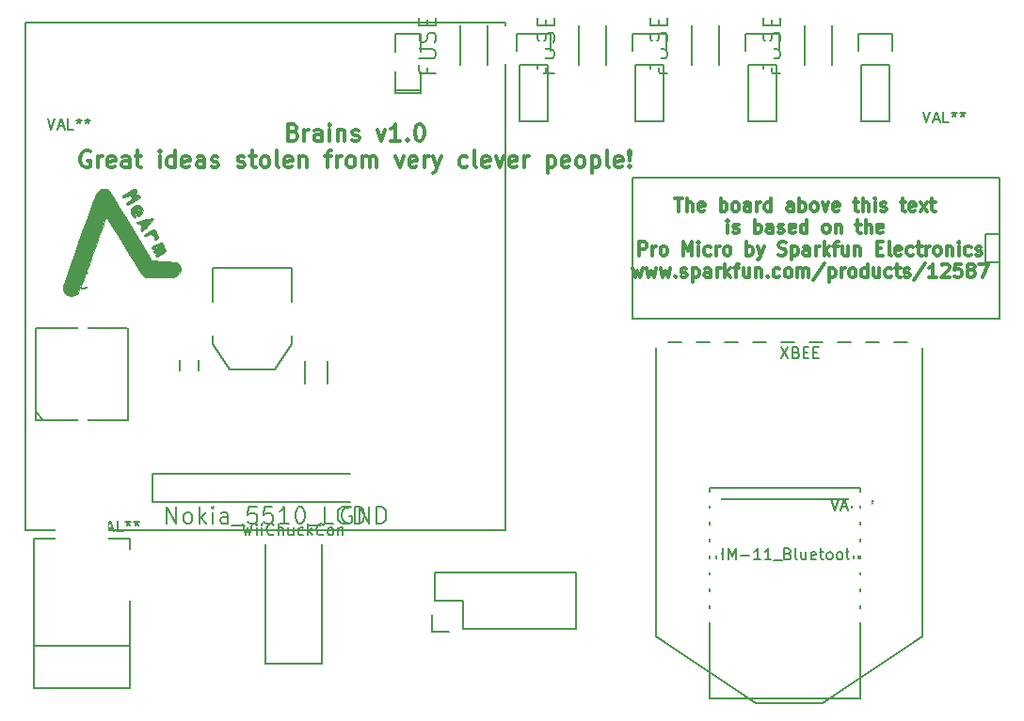
<source format=gto>
G04 #@! TF.FileFunction,Legend,Top*
%FSLAX46Y46*%
G04 Gerber Fmt 4.6, Leading zero omitted, Abs format (unit mm)*
G04 Created by KiCad (PCBNEW (2015-01-16 BZR 5376)-product) date 27/05/2015 14:11:43*
%MOMM*%
G01*
G04 APERTURE LIST*
%ADD10C,0.100000*%
%ADD11C,0.300000*%
%ADD12C,0.150000*%
%ADD13R,1.000000X8.000000*%
%ADD14R,2.032000X1.524000*%
%ADD15C,2.000000*%
%ADD16R,2.000000X2.000000*%
%ADD17R,1.574800X2.286000*%
%ADD18O,1.574800X2.286000*%
%ADD19R,1.727200X1.727200*%
%ADD20O,1.727200X1.727200*%
%ADD21C,4.800600*%
%ADD22R,4.800600X4.800600*%
%ADD23R,2.000000X1.200000*%
%ADD24R,3.657600X2.032000*%
%ADD25R,1.016000X2.032000*%
%ADD26R,2.032000X1.727200*%
%ADD27O,2.032000X1.727200*%
%ADD28C,1.500000*%
%ADD29R,1.780000X3.500000*%
%ADD30C,4.000000*%
%ADD31R,0.920000X3.600000*%
%ADD32R,1.600000X1.000000*%
%ADD33R,1.250000X1.000000*%
G04 APERTURE END LIST*
D10*
D11*
X150388573Y-88447857D02*
X151074287Y-88447857D01*
X150731430Y-89647857D02*
X150731430Y-88447857D01*
X151474287Y-89647857D02*
X151474287Y-88447857D01*
X151988573Y-89647857D02*
X151988573Y-89019286D01*
X151931430Y-88905000D01*
X151817144Y-88847857D01*
X151645716Y-88847857D01*
X151531430Y-88905000D01*
X151474287Y-88962143D01*
X153017144Y-89590714D02*
X152902858Y-89647857D01*
X152674287Y-89647857D01*
X152560001Y-89590714D01*
X152502858Y-89476429D01*
X152502858Y-89019286D01*
X152560001Y-88905000D01*
X152674287Y-88847857D01*
X152902858Y-88847857D01*
X153017144Y-88905000D01*
X153074287Y-89019286D01*
X153074287Y-89133571D01*
X152502858Y-89247857D01*
X154502858Y-89647857D02*
X154502858Y-88447857D01*
X154502858Y-88905000D02*
X154617144Y-88847857D01*
X154845715Y-88847857D01*
X154960001Y-88905000D01*
X155017144Y-88962143D01*
X155074287Y-89076429D01*
X155074287Y-89419286D01*
X155017144Y-89533571D01*
X154960001Y-89590714D01*
X154845715Y-89647857D01*
X154617144Y-89647857D01*
X154502858Y-89590714D01*
X155760001Y-89647857D02*
X155645715Y-89590714D01*
X155588572Y-89533571D01*
X155531429Y-89419286D01*
X155531429Y-89076429D01*
X155588572Y-88962143D01*
X155645715Y-88905000D01*
X155760001Y-88847857D01*
X155931429Y-88847857D01*
X156045715Y-88905000D01*
X156102858Y-88962143D01*
X156160001Y-89076429D01*
X156160001Y-89419286D01*
X156102858Y-89533571D01*
X156045715Y-89590714D01*
X155931429Y-89647857D01*
X155760001Y-89647857D01*
X157188572Y-89647857D02*
X157188572Y-89019286D01*
X157131429Y-88905000D01*
X157017143Y-88847857D01*
X156788572Y-88847857D01*
X156674286Y-88905000D01*
X157188572Y-89590714D02*
X157074286Y-89647857D01*
X156788572Y-89647857D01*
X156674286Y-89590714D01*
X156617143Y-89476429D01*
X156617143Y-89362143D01*
X156674286Y-89247857D01*
X156788572Y-89190714D01*
X157074286Y-89190714D01*
X157188572Y-89133571D01*
X157760000Y-89647857D02*
X157760000Y-88847857D01*
X157760000Y-89076429D02*
X157817143Y-88962143D01*
X157874286Y-88905000D01*
X157988572Y-88847857D01*
X158102857Y-88847857D01*
X159017143Y-89647857D02*
X159017143Y-88447857D01*
X159017143Y-89590714D02*
X158902857Y-89647857D01*
X158674286Y-89647857D01*
X158560000Y-89590714D01*
X158502857Y-89533571D01*
X158445714Y-89419286D01*
X158445714Y-89076429D01*
X158502857Y-88962143D01*
X158560000Y-88905000D01*
X158674286Y-88847857D01*
X158902857Y-88847857D01*
X159017143Y-88905000D01*
X161017143Y-89647857D02*
X161017143Y-89019286D01*
X160960000Y-88905000D01*
X160845714Y-88847857D01*
X160617143Y-88847857D01*
X160502857Y-88905000D01*
X161017143Y-89590714D02*
X160902857Y-89647857D01*
X160617143Y-89647857D01*
X160502857Y-89590714D01*
X160445714Y-89476429D01*
X160445714Y-89362143D01*
X160502857Y-89247857D01*
X160617143Y-89190714D01*
X160902857Y-89190714D01*
X161017143Y-89133571D01*
X161588571Y-89647857D02*
X161588571Y-88447857D01*
X161588571Y-88905000D02*
X161702857Y-88847857D01*
X161931428Y-88847857D01*
X162045714Y-88905000D01*
X162102857Y-88962143D01*
X162160000Y-89076429D01*
X162160000Y-89419286D01*
X162102857Y-89533571D01*
X162045714Y-89590714D01*
X161931428Y-89647857D01*
X161702857Y-89647857D01*
X161588571Y-89590714D01*
X162845714Y-89647857D02*
X162731428Y-89590714D01*
X162674285Y-89533571D01*
X162617142Y-89419286D01*
X162617142Y-89076429D01*
X162674285Y-88962143D01*
X162731428Y-88905000D01*
X162845714Y-88847857D01*
X163017142Y-88847857D01*
X163131428Y-88905000D01*
X163188571Y-88962143D01*
X163245714Y-89076429D01*
X163245714Y-89419286D01*
X163188571Y-89533571D01*
X163131428Y-89590714D01*
X163017142Y-89647857D01*
X162845714Y-89647857D01*
X163645714Y-88847857D02*
X163931428Y-89647857D01*
X164217142Y-88847857D01*
X165131428Y-89590714D02*
X165017142Y-89647857D01*
X164788571Y-89647857D01*
X164674285Y-89590714D01*
X164617142Y-89476429D01*
X164617142Y-89019286D01*
X164674285Y-88905000D01*
X164788571Y-88847857D01*
X165017142Y-88847857D01*
X165131428Y-88905000D01*
X165188571Y-89019286D01*
X165188571Y-89133571D01*
X164617142Y-89247857D01*
X166445714Y-88847857D02*
X166902857Y-88847857D01*
X166617142Y-88447857D02*
X166617142Y-89476429D01*
X166674285Y-89590714D01*
X166788571Y-89647857D01*
X166902857Y-89647857D01*
X167302856Y-89647857D02*
X167302856Y-88447857D01*
X167817142Y-89647857D02*
X167817142Y-89019286D01*
X167759999Y-88905000D01*
X167645713Y-88847857D01*
X167474285Y-88847857D01*
X167359999Y-88905000D01*
X167302856Y-88962143D01*
X168388570Y-89647857D02*
X168388570Y-88847857D01*
X168388570Y-88447857D02*
X168331427Y-88505000D01*
X168388570Y-88562143D01*
X168445713Y-88505000D01*
X168388570Y-88447857D01*
X168388570Y-88562143D01*
X168902856Y-89590714D02*
X169017142Y-89647857D01*
X169245714Y-89647857D01*
X169359999Y-89590714D01*
X169417142Y-89476429D01*
X169417142Y-89419286D01*
X169359999Y-89305000D01*
X169245714Y-89247857D01*
X169074285Y-89247857D01*
X168959999Y-89190714D01*
X168902856Y-89076429D01*
X168902856Y-89019286D01*
X168959999Y-88905000D01*
X169074285Y-88847857D01*
X169245714Y-88847857D01*
X169359999Y-88905000D01*
X170674286Y-88847857D02*
X171131429Y-88847857D01*
X170845714Y-88447857D02*
X170845714Y-89476429D01*
X170902857Y-89590714D01*
X171017143Y-89647857D01*
X171131429Y-89647857D01*
X171988571Y-89590714D02*
X171874285Y-89647857D01*
X171645714Y-89647857D01*
X171531428Y-89590714D01*
X171474285Y-89476429D01*
X171474285Y-89019286D01*
X171531428Y-88905000D01*
X171645714Y-88847857D01*
X171874285Y-88847857D01*
X171988571Y-88905000D01*
X172045714Y-89019286D01*
X172045714Y-89133571D01*
X171474285Y-89247857D01*
X172445714Y-89647857D02*
X173074285Y-88847857D01*
X172445714Y-88847857D02*
X173074285Y-89647857D01*
X173360000Y-88847857D02*
X173817143Y-88847857D01*
X173531428Y-88447857D02*
X173531428Y-89476429D01*
X173588571Y-89590714D01*
X173702857Y-89647857D01*
X173817143Y-89647857D01*
X155131429Y-91627857D02*
X155131429Y-90827857D01*
X155131429Y-90427857D02*
X155074286Y-90485000D01*
X155131429Y-90542143D01*
X155188572Y-90485000D01*
X155131429Y-90427857D01*
X155131429Y-90542143D01*
X155645715Y-91570714D02*
X155760001Y-91627857D01*
X155988573Y-91627857D01*
X156102858Y-91570714D01*
X156160001Y-91456429D01*
X156160001Y-91399286D01*
X156102858Y-91285000D01*
X155988573Y-91227857D01*
X155817144Y-91227857D01*
X155702858Y-91170714D01*
X155645715Y-91056429D01*
X155645715Y-90999286D01*
X155702858Y-90885000D01*
X155817144Y-90827857D01*
X155988573Y-90827857D01*
X156102858Y-90885000D01*
X157588573Y-91627857D02*
X157588573Y-90427857D01*
X157588573Y-90885000D02*
X157702859Y-90827857D01*
X157931430Y-90827857D01*
X158045716Y-90885000D01*
X158102859Y-90942143D01*
X158160002Y-91056429D01*
X158160002Y-91399286D01*
X158102859Y-91513571D01*
X158045716Y-91570714D01*
X157931430Y-91627857D01*
X157702859Y-91627857D01*
X157588573Y-91570714D01*
X159188573Y-91627857D02*
X159188573Y-90999286D01*
X159131430Y-90885000D01*
X159017144Y-90827857D01*
X158788573Y-90827857D01*
X158674287Y-90885000D01*
X159188573Y-91570714D02*
X159074287Y-91627857D01*
X158788573Y-91627857D01*
X158674287Y-91570714D01*
X158617144Y-91456429D01*
X158617144Y-91342143D01*
X158674287Y-91227857D01*
X158788573Y-91170714D01*
X159074287Y-91170714D01*
X159188573Y-91113571D01*
X159702858Y-91570714D02*
X159817144Y-91627857D01*
X160045716Y-91627857D01*
X160160001Y-91570714D01*
X160217144Y-91456429D01*
X160217144Y-91399286D01*
X160160001Y-91285000D01*
X160045716Y-91227857D01*
X159874287Y-91227857D01*
X159760001Y-91170714D01*
X159702858Y-91056429D01*
X159702858Y-90999286D01*
X159760001Y-90885000D01*
X159874287Y-90827857D01*
X160045716Y-90827857D01*
X160160001Y-90885000D01*
X161188573Y-91570714D02*
X161074287Y-91627857D01*
X160845716Y-91627857D01*
X160731430Y-91570714D01*
X160674287Y-91456429D01*
X160674287Y-90999286D01*
X160731430Y-90885000D01*
X160845716Y-90827857D01*
X161074287Y-90827857D01*
X161188573Y-90885000D01*
X161245716Y-90999286D01*
X161245716Y-91113571D01*
X160674287Y-91227857D01*
X162274287Y-91627857D02*
X162274287Y-90427857D01*
X162274287Y-91570714D02*
X162160001Y-91627857D01*
X161931430Y-91627857D01*
X161817144Y-91570714D01*
X161760001Y-91513571D01*
X161702858Y-91399286D01*
X161702858Y-91056429D01*
X161760001Y-90942143D01*
X161817144Y-90885000D01*
X161931430Y-90827857D01*
X162160001Y-90827857D01*
X162274287Y-90885000D01*
X163931430Y-91627857D02*
X163817144Y-91570714D01*
X163760001Y-91513571D01*
X163702858Y-91399286D01*
X163702858Y-91056429D01*
X163760001Y-90942143D01*
X163817144Y-90885000D01*
X163931430Y-90827857D01*
X164102858Y-90827857D01*
X164217144Y-90885000D01*
X164274287Y-90942143D01*
X164331430Y-91056429D01*
X164331430Y-91399286D01*
X164274287Y-91513571D01*
X164217144Y-91570714D01*
X164102858Y-91627857D01*
X163931430Y-91627857D01*
X164845715Y-90827857D02*
X164845715Y-91627857D01*
X164845715Y-90942143D02*
X164902858Y-90885000D01*
X165017144Y-90827857D01*
X165188572Y-90827857D01*
X165302858Y-90885000D01*
X165360001Y-90999286D01*
X165360001Y-91627857D01*
X166674287Y-90827857D02*
X167131430Y-90827857D01*
X166845715Y-90427857D02*
X166845715Y-91456429D01*
X166902858Y-91570714D01*
X167017144Y-91627857D01*
X167131430Y-91627857D01*
X167531429Y-91627857D02*
X167531429Y-90427857D01*
X168045715Y-91627857D02*
X168045715Y-90999286D01*
X167988572Y-90885000D01*
X167874286Y-90827857D01*
X167702858Y-90827857D01*
X167588572Y-90885000D01*
X167531429Y-90942143D01*
X169074286Y-91570714D02*
X168960000Y-91627857D01*
X168731429Y-91627857D01*
X168617143Y-91570714D01*
X168560000Y-91456429D01*
X168560000Y-90999286D01*
X168617143Y-90885000D01*
X168731429Y-90827857D01*
X168960000Y-90827857D01*
X169074286Y-90885000D01*
X169131429Y-90999286D01*
X169131429Y-91113571D01*
X168560000Y-91227857D01*
X147188573Y-93607857D02*
X147188573Y-92407857D01*
X147645716Y-92407857D01*
X147760002Y-92465000D01*
X147817145Y-92522143D01*
X147874288Y-92636429D01*
X147874288Y-92807857D01*
X147817145Y-92922143D01*
X147760002Y-92979286D01*
X147645716Y-93036429D01*
X147188573Y-93036429D01*
X148388573Y-93607857D02*
X148388573Y-92807857D01*
X148388573Y-93036429D02*
X148445716Y-92922143D01*
X148502859Y-92865000D01*
X148617145Y-92807857D01*
X148731430Y-92807857D01*
X149302859Y-93607857D02*
X149188573Y-93550714D01*
X149131430Y-93493571D01*
X149074287Y-93379286D01*
X149074287Y-93036429D01*
X149131430Y-92922143D01*
X149188573Y-92865000D01*
X149302859Y-92807857D01*
X149474287Y-92807857D01*
X149588573Y-92865000D01*
X149645716Y-92922143D01*
X149702859Y-93036429D01*
X149702859Y-93379286D01*
X149645716Y-93493571D01*
X149588573Y-93550714D01*
X149474287Y-93607857D01*
X149302859Y-93607857D01*
X151131430Y-93607857D02*
X151131430Y-92407857D01*
X151531430Y-93265000D01*
X151931430Y-92407857D01*
X151931430Y-93607857D01*
X152502859Y-93607857D02*
X152502859Y-92807857D01*
X152502859Y-92407857D02*
X152445716Y-92465000D01*
X152502859Y-92522143D01*
X152560002Y-92465000D01*
X152502859Y-92407857D01*
X152502859Y-92522143D01*
X153588574Y-93550714D02*
X153474288Y-93607857D01*
X153245717Y-93607857D01*
X153131431Y-93550714D01*
X153074288Y-93493571D01*
X153017145Y-93379286D01*
X153017145Y-93036429D01*
X153074288Y-92922143D01*
X153131431Y-92865000D01*
X153245717Y-92807857D01*
X153474288Y-92807857D01*
X153588574Y-92865000D01*
X154102859Y-93607857D02*
X154102859Y-92807857D01*
X154102859Y-93036429D02*
X154160002Y-92922143D01*
X154217145Y-92865000D01*
X154331431Y-92807857D01*
X154445716Y-92807857D01*
X155017145Y-93607857D02*
X154902859Y-93550714D01*
X154845716Y-93493571D01*
X154788573Y-93379286D01*
X154788573Y-93036429D01*
X154845716Y-92922143D01*
X154902859Y-92865000D01*
X155017145Y-92807857D01*
X155188573Y-92807857D01*
X155302859Y-92865000D01*
X155360002Y-92922143D01*
X155417145Y-93036429D01*
X155417145Y-93379286D01*
X155360002Y-93493571D01*
X155302859Y-93550714D01*
X155188573Y-93607857D01*
X155017145Y-93607857D01*
X156845716Y-93607857D02*
X156845716Y-92407857D01*
X156845716Y-92865000D02*
X156960002Y-92807857D01*
X157188573Y-92807857D01*
X157302859Y-92865000D01*
X157360002Y-92922143D01*
X157417145Y-93036429D01*
X157417145Y-93379286D01*
X157360002Y-93493571D01*
X157302859Y-93550714D01*
X157188573Y-93607857D01*
X156960002Y-93607857D01*
X156845716Y-93550714D01*
X157817145Y-92807857D02*
X158102859Y-93607857D01*
X158388573Y-92807857D02*
X158102859Y-93607857D01*
X157988573Y-93893571D01*
X157931430Y-93950714D01*
X157817145Y-94007857D01*
X159702859Y-93550714D02*
X159874288Y-93607857D01*
X160160002Y-93607857D01*
X160274288Y-93550714D01*
X160331431Y-93493571D01*
X160388574Y-93379286D01*
X160388574Y-93265000D01*
X160331431Y-93150714D01*
X160274288Y-93093571D01*
X160160002Y-93036429D01*
X159931431Y-92979286D01*
X159817145Y-92922143D01*
X159760002Y-92865000D01*
X159702859Y-92750714D01*
X159702859Y-92636429D01*
X159760002Y-92522143D01*
X159817145Y-92465000D01*
X159931431Y-92407857D01*
X160217145Y-92407857D01*
X160388574Y-92465000D01*
X160902859Y-92807857D02*
X160902859Y-94007857D01*
X160902859Y-92865000D02*
X161017145Y-92807857D01*
X161245716Y-92807857D01*
X161360002Y-92865000D01*
X161417145Y-92922143D01*
X161474288Y-93036429D01*
X161474288Y-93379286D01*
X161417145Y-93493571D01*
X161360002Y-93550714D01*
X161245716Y-93607857D01*
X161017145Y-93607857D01*
X160902859Y-93550714D01*
X162502859Y-93607857D02*
X162502859Y-92979286D01*
X162445716Y-92865000D01*
X162331430Y-92807857D01*
X162102859Y-92807857D01*
X161988573Y-92865000D01*
X162502859Y-93550714D02*
X162388573Y-93607857D01*
X162102859Y-93607857D01*
X161988573Y-93550714D01*
X161931430Y-93436429D01*
X161931430Y-93322143D01*
X161988573Y-93207857D01*
X162102859Y-93150714D01*
X162388573Y-93150714D01*
X162502859Y-93093571D01*
X163074287Y-93607857D02*
X163074287Y-92807857D01*
X163074287Y-93036429D02*
X163131430Y-92922143D01*
X163188573Y-92865000D01*
X163302859Y-92807857D01*
X163417144Y-92807857D01*
X163817144Y-93607857D02*
X163817144Y-92407857D01*
X163931430Y-93150714D02*
X164274287Y-93607857D01*
X164274287Y-92807857D02*
X163817144Y-93265000D01*
X164617145Y-92807857D02*
X165074288Y-92807857D01*
X164788573Y-93607857D02*
X164788573Y-92579286D01*
X164845716Y-92465000D01*
X164960002Y-92407857D01*
X165074288Y-92407857D01*
X165988573Y-92807857D02*
X165988573Y-93607857D01*
X165474287Y-92807857D02*
X165474287Y-93436429D01*
X165531430Y-93550714D01*
X165645716Y-93607857D01*
X165817144Y-93607857D01*
X165931430Y-93550714D01*
X165988573Y-93493571D01*
X166560001Y-92807857D02*
X166560001Y-93607857D01*
X166560001Y-92922143D02*
X166617144Y-92865000D01*
X166731430Y-92807857D01*
X166902858Y-92807857D01*
X167017144Y-92865000D01*
X167074287Y-92979286D01*
X167074287Y-93607857D01*
X168560001Y-92979286D02*
X168960001Y-92979286D01*
X169131430Y-93607857D02*
X168560001Y-93607857D01*
X168560001Y-92407857D01*
X169131430Y-92407857D01*
X169817144Y-93607857D02*
X169702858Y-93550714D01*
X169645715Y-93436429D01*
X169645715Y-92407857D01*
X170731429Y-93550714D02*
X170617143Y-93607857D01*
X170388572Y-93607857D01*
X170274286Y-93550714D01*
X170217143Y-93436429D01*
X170217143Y-92979286D01*
X170274286Y-92865000D01*
X170388572Y-92807857D01*
X170617143Y-92807857D01*
X170731429Y-92865000D01*
X170788572Y-92979286D01*
X170788572Y-93093571D01*
X170217143Y-93207857D01*
X171817143Y-93550714D02*
X171702857Y-93607857D01*
X171474286Y-93607857D01*
X171360000Y-93550714D01*
X171302857Y-93493571D01*
X171245714Y-93379286D01*
X171245714Y-93036429D01*
X171302857Y-92922143D01*
X171360000Y-92865000D01*
X171474286Y-92807857D01*
X171702857Y-92807857D01*
X171817143Y-92865000D01*
X172160000Y-92807857D02*
X172617143Y-92807857D01*
X172331428Y-92407857D02*
X172331428Y-93436429D01*
X172388571Y-93550714D01*
X172502857Y-93607857D01*
X172617143Y-93607857D01*
X173017142Y-93607857D02*
X173017142Y-92807857D01*
X173017142Y-93036429D02*
X173074285Y-92922143D01*
X173131428Y-92865000D01*
X173245714Y-92807857D01*
X173359999Y-92807857D01*
X173931428Y-93607857D02*
X173817142Y-93550714D01*
X173759999Y-93493571D01*
X173702856Y-93379286D01*
X173702856Y-93036429D01*
X173759999Y-92922143D01*
X173817142Y-92865000D01*
X173931428Y-92807857D01*
X174102856Y-92807857D01*
X174217142Y-92865000D01*
X174274285Y-92922143D01*
X174331428Y-93036429D01*
X174331428Y-93379286D01*
X174274285Y-93493571D01*
X174217142Y-93550714D01*
X174102856Y-93607857D01*
X173931428Y-93607857D01*
X174845713Y-92807857D02*
X174845713Y-93607857D01*
X174845713Y-92922143D02*
X174902856Y-92865000D01*
X175017142Y-92807857D01*
X175188570Y-92807857D01*
X175302856Y-92865000D01*
X175359999Y-92979286D01*
X175359999Y-93607857D01*
X175931427Y-93607857D02*
X175931427Y-92807857D01*
X175931427Y-92407857D02*
X175874284Y-92465000D01*
X175931427Y-92522143D01*
X175988570Y-92465000D01*
X175931427Y-92407857D01*
X175931427Y-92522143D01*
X177017142Y-93550714D02*
X176902856Y-93607857D01*
X176674285Y-93607857D01*
X176559999Y-93550714D01*
X176502856Y-93493571D01*
X176445713Y-93379286D01*
X176445713Y-93036429D01*
X176502856Y-92922143D01*
X176559999Y-92865000D01*
X176674285Y-92807857D01*
X176902856Y-92807857D01*
X177017142Y-92865000D01*
X177474284Y-93550714D02*
X177588570Y-93607857D01*
X177817142Y-93607857D01*
X177931427Y-93550714D01*
X177988570Y-93436429D01*
X177988570Y-93379286D01*
X177931427Y-93265000D01*
X177817142Y-93207857D01*
X177645713Y-93207857D01*
X177531427Y-93150714D01*
X177474284Y-93036429D01*
X177474284Y-92979286D01*
X177531427Y-92865000D01*
X177645713Y-92807857D01*
X177817142Y-92807857D01*
X177931427Y-92865000D01*
X146560002Y-94787857D02*
X146788573Y-95587857D01*
X147017144Y-95016429D01*
X147245716Y-95587857D01*
X147474287Y-94787857D01*
X147817145Y-94787857D02*
X148045716Y-95587857D01*
X148274287Y-95016429D01*
X148502859Y-95587857D01*
X148731430Y-94787857D01*
X149074288Y-94787857D02*
X149302859Y-95587857D01*
X149531430Y-95016429D01*
X149760002Y-95587857D01*
X149988573Y-94787857D01*
X150445716Y-95473571D02*
X150502859Y-95530714D01*
X150445716Y-95587857D01*
X150388573Y-95530714D01*
X150445716Y-95473571D01*
X150445716Y-95587857D01*
X150960002Y-95530714D02*
X151074288Y-95587857D01*
X151302860Y-95587857D01*
X151417145Y-95530714D01*
X151474288Y-95416429D01*
X151474288Y-95359286D01*
X151417145Y-95245000D01*
X151302860Y-95187857D01*
X151131431Y-95187857D01*
X151017145Y-95130714D01*
X150960002Y-95016429D01*
X150960002Y-94959286D01*
X151017145Y-94845000D01*
X151131431Y-94787857D01*
X151302860Y-94787857D01*
X151417145Y-94845000D01*
X151988574Y-94787857D02*
X151988574Y-95987857D01*
X151988574Y-94845000D02*
X152102860Y-94787857D01*
X152331431Y-94787857D01*
X152445717Y-94845000D01*
X152502860Y-94902143D01*
X152560003Y-95016429D01*
X152560003Y-95359286D01*
X152502860Y-95473571D01*
X152445717Y-95530714D01*
X152331431Y-95587857D01*
X152102860Y-95587857D01*
X151988574Y-95530714D01*
X153588574Y-95587857D02*
X153588574Y-94959286D01*
X153531431Y-94845000D01*
X153417145Y-94787857D01*
X153188574Y-94787857D01*
X153074288Y-94845000D01*
X153588574Y-95530714D02*
X153474288Y-95587857D01*
X153188574Y-95587857D01*
X153074288Y-95530714D01*
X153017145Y-95416429D01*
X153017145Y-95302143D01*
X153074288Y-95187857D01*
X153188574Y-95130714D01*
X153474288Y-95130714D01*
X153588574Y-95073571D01*
X154160002Y-95587857D02*
X154160002Y-94787857D01*
X154160002Y-95016429D02*
X154217145Y-94902143D01*
X154274288Y-94845000D01*
X154388574Y-94787857D01*
X154502859Y-94787857D01*
X154902859Y-95587857D02*
X154902859Y-94387857D01*
X155017145Y-95130714D02*
X155360002Y-95587857D01*
X155360002Y-94787857D02*
X154902859Y-95245000D01*
X155702860Y-94787857D02*
X156160003Y-94787857D01*
X155874288Y-95587857D02*
X155874288Y-94559286D01*
X155931431Y-94445000D01*
X156045717Y-94387857D01*
X156160003Y-94387857D01*
X157074288Y-94787857D02*
X157074288Y-95587857D01*
X156560002Y-94787857D02*
X156560002Y-95416429D01*
X156617145Y-95530714D01*
X156731431Y-95587857D01*
X156902859Y-95587857D01*
X157017145Y-95530714D01*
X157074288Y-95473571D01*
X157645716Y-94787857D02*
X157645716Y-95587857D01*
X157645716Y-94902143D02*
X157702859Y-94845000D01*
X157817145Y-94787857D01*
X157988573Y-94787857D01*
X158102859Y-94845000D01*
X158160002Y-94959286D01*
X158160002Y-95587857D01*
X158731430Y-95473571D02*
X158788573Y-95530714D01*
X158731430Y-95587857D01*
X158674287Y-95530714D01*
X158731430Y-95473571D01*
X158731430Y-95587857D01*
X159817145Y-95530714D02*
X159702859Y-95587857D01*
X159474288Y-95587857D01*
X159360002Y-95530714D01*
X159302859Y-95473571D01*
X159245716Y-95359286D01*
X159245716Y-95016429D01*
X159302859Y-94902143D01*
X159360002Y-94845000D01*
X159474288Y-94787857D01*
X159702859Y-94787857D01*
X159817145Y-94845000D01*
X160502859Y-95587857D02*
X160388573Y-95530714D01*
X160331430Y-95473571D01*
X160274287Y-95359286D01*
X160274287Y-95016429D01*
X160331430Y-94902143D01*
X160388573Y-94845000D01*
X160502859Y-94787857D01*
X160674287Y-94787857D01*
X160788573Y-94845000D01*
X160845716Y-94902143D01*
X160902859Y-95016429D01*
X160902859Y-95359286D01*
X160845716Y-95473571D01*
X160788573Y-95530714D01*
X160674287Y-95587857D01*
X160502859Y-95587857D01*
X161417144Y-95587857D02*
X161417144Y-94787857D01*
X161417144Y-94902143D02*
X161474287Y-94845000D01*
X161588573Y-94787857D01*
X161760001Y-94787857D01*
X161874287Y-94845000D01*
X161931430Y-94959286D01*
X161931430Y-95587857D01*
X161931430Y-94959286D02*
X161988573Y-94845000D01*
X162102859Y-94787857D01*
X162274287Y-94787857D01*
X162388573Y-94845000D01*
X162445716Y-94959286D01*
X162445716Y-95587857D01*
X163874287Y-94330714D02*
X162845716Y-95873571D01*
X164274287Y-94787857D02*
X164274287Y-95987857D01*
X164274287Y-94845000D02*
X164388573Y-94787857D01*
X164617144Y-94787857D01*
X164731430Y-94845000D01*
X164788573Y-94902143D01*
X164845716Y-95016429D01*
X164845716Y-95359286D01*
X164788573Y-95473571D01*
X164731430Y-95530714D01*
X164617144Y-95587857D01*
X164388573Y-95587857D01*
X164274287Y-95530714D01*
X165360001Y-95587857D02*
X165360001Y-94787857D01*
X165360001Y-95016429D02*
X165417144Y-94902143D01*
X165474287Y-94845000D01*
X165588573Y-94787857D01*
X165702858Y-94787857D01*
X166274287Y-95587857D02*
X166160001Y-95530714D01*
X166102858Y-95473571D01*
X166045715Y-95359286D01*
X166045715Y-95016429D01*
X166102858Y-94902143D01*
X166160001Y-94845000D01*
X166274287Y-94787857D01*
X166445715Y-94787857D01*
X166560001Y-94845000D01*
X166617144Y-94902143D01*
X166674287Y-95016429D01*
X166674287Y-95359286D01*
X166617144Y-95473571D01*
X166560001Y-95530714D01*
X166445715Y-95587857D01*
X166274287Y-95587857D01*
X167702858Y-95587857D02*
X167702858Y-94387857D01*
X167702858Y-95530714D02*
X167588572Y-95587857D01*
X167360001Y-95587857D01*
X167245715Y-95530714D01*
X167188572Y-95473571D01*
X167131429Y-95359286D01*
X167131429Y-95016429D01*
X167188572Y-94902143D01*
X167245715Y-94845000D01*
X167360001Y-94787857D01*
X167588572Y-94787857D01*
X167702858Y-94845000D01*
X168788572Y-94787857D02*
X168788572Y-95587857D01*
X168274286Y-94787857D02*
X168274286Y-95416429D01*
X168331429Y-95530714D01*
X168445715Y-95587857D01*
X168617143Y-95587857D01*
X168731429Y-95530714D01*
X168788572Y-95473571D01*
X169874286Y-95530714D02*
X169760000Y-95587857D01*
X169531429Y-95587857D01*
X169417143Y-95530714D01*
X169360000Y-95473571D01*
X169302857Y-95359286D01*
X169302857Y-95016429D01*
X169360000Y-94902143D01*
X169417143Y-94845000D01*
X169531429Y-94787857D01*
X169760000Y-94787857D01*
X169874286Y-94845000D01*
X170217143Y-94787857D02*
X170674286Y-94787857D01*
X170388571Y-94387857D02*
X170388571Y-95416429D01*
X170445714Y-95530714D01*
X170560000Y-95587857D01*
X170674286Y-95587857D01*
X171017142Y-95530714D02*
X171131428Y-95587857D01*
X171360000Y-95587857D01*
X171474285Y-95530714D01*
X171531428Y-95416429D01*
X171531428Y-95359286D01*
X171474285Y-95245000D01*
X171360000Y-95187857D01*
X171188571Y-95187857D01*
X171074285Y-95130714D01*
X171017142Y-95016429D01*
X171017142Y-94959286D01*
X171074285Y-94845000D01*
X171188571Y-94787857D01*
X171360000Y-94787857D01*
X171474285Y-94845000D01*
X172902857Y-94330714D02*
X171874286Y-95873571D01*
X173931429Y-95587857D02*
X173245714Y-95587857D01*
X173588572Y-95587857D02*
X173588572Y-94387857D01*
X173474286Y-94559286D01*
X173360000Y-94673571D01*
X173245714Y-94730714D01*
X174388571Y-94502143D02*
X174445714Y-94445000D01*
X174560000Y-94387857D01*
X174845714Y-94387857D01*
X174960000Y-94445000D01*
X175017143Y-94502143D01*
X175074286Y-94616429D01*
X175074286Y-94730714D01*
X175017143Y-94902143D01*
X174331429Y-95587857D01*
X175074286Y-95587857D01*
X176160000Y-94387857D02*
X175588571Y-94387857D01*
X175531428Y-94959286D01*
X175588571Y-94902143D01*
X175702857Y-94845000D01*
X175988571Y-94845000D01*
X176102857Y-94902143D01*
X176160000Y-94959286D01*
X176217143Y-95073571D01*
X176217143Y-95359286D01*
X176160000Y-95473571D01*
X176102857Y-95530714D01*
X175988571Y-95587857D01*
X175702857Y-95587857D01*
X175588571Y-95530714D01*
X175531428Y-95473571D01*
X176902857Y-94902143D02*
X176788571Y-94845000D01*
X176731428Y-94787857D01*
X176674285Y-94673571D01*
X176674285Y-94616429D01*
X176731428Y-94502143D01*
X176788571Y-94445000D01*
X176902857Y-94387857D01*
X177131428Y-94387857D01*
X177245714Y-94445000D01*
X177302857Y-94502143D01*
X177360000Y-94616429D01*
X177360000Y-94673571D01*
X177302857Y-94787857D01*
X177245714Y-94845000D01*
X177131428Y-94902143D01*
X176902857Y-94902143D01*
X176788571Y-94959286D01*
X176731428Y-95016429D01*
X176674285Y-95130714D01*
X176674285Y-95359286D01*
X176731428Y-95473571D01*
X176788571Y-95530714D01*
X176902857Y-95587857D01*
X177131428Y-95587857D01*
X177245714Y-95530714D01*
X177302857Y-95473571D01*
X177360000Y-95359286D01*
X177360000Y-95130714D01*
X177302857Y-95016429D01*
X177245714Y-94959286D01*
X177131428Y-94902143D01*
X177760000Y-94387857D02*
X178560000Y-94387857D01*
X178045714Y-95587857D01*
X116058858Y-82512857D02*
X116273144Y-82584286D01*
X116344572Y-82655714D01*
X116416001Y-82798571D01*
X116416001Y-83012857D01*
X116344572Y-83155714D01*
X116273144Y-83227143D01*
X116130286Y-83298571D01*
X115558858Y-83298571D01*
X115558858Y-81798571D01*
X116058858Y-81798571D01*
X116201715Y-81870000D01*
X116273144Y-81941429D01*
X116344572Y-82084286D01*
X116344572Y-82227143D01*
X116273144Y-82370000D01*
X116201715Y-82441429D01*
X116058858Y-82512857D01*
X115558858Y-82512857D01*
X117058858Y-83298571D02*
X117058858Y-82298571D01*
X117058858Y-82584286D02*
X117130286Y-82441429D01*
X117201715Y-82370000D01*
X117344572Y-82298571D01*
X117487429Y-82298571D01*
X118630286Y-83298571D02*
X118630286Y-82512857D01*
X118558857Y-82370000D01*
X118416000Y-82298571D01*
X118130286Y-82298571D01*
X117987429Y-82370000D01*
X118630286Y-83227143D02*
X118487429Y-83298571D01*
X118130286Y-83298571D01*
X117987429Y-83227143D01*
X117916000Y-83084286D01*
X117916000Y-82941429D01*
X117987429Y-82798571D01*
X118130286Y-82727143D01*
X118487429Y-82727143D01*
X118630286Y-82655714D01*
X119344572Y-83298571D02*
X119344572Y-82298571D01*
X119344572Y-81798571D02*
X119273143Y-81870000D01*
X119344572Y-81941429D01*
X119416000Y-81870000D01*
X119344572Y-81798571D01*
X119344572Y-81941429D01*
X120058858Y-82298571D02*
X120058858Y-83298571D01*
X120058858Y-82441429D02*
X120130286Y-82370000D01*
X120273144Y-82298571D01*
X120487429Y-82298571D01*
X120630286Y-82370000D01*
X120701715Y-82512857D01*
X120701715Y-83298571D01*
X121344572Y-83227143D02*
X121487429Y-83298571D01*
X121773144Y-83298571D01*
X121916001Y-83227143D01*
X121987429Y-83084286D01*
X121987429Y-83012857D01*
X121916001Y-82870000D01*
X121773144Y-82798571D01*
X121558858Y-82798571D01*
X121416001Y-82727143D01*
X121344572Y-82584286D01*
X121344572Y-82512857D01*
X121416001Y-82370000D01*
X121558858Y-82298571D01*
X121773144Y-82298571D01*
X121916001Y-82370000D01*
X123630287Y-82298571D02*
X123987430Y-83298571D01*
X124344572Y-82298571D01*
X125701715Y-83298571D02*
X124844572Y-83298571D01*
X125273144Y-83298571D02*
X125273144Y-81798571D01*
X125130287Y-82012857D01*
X124987429Y-82155714D01*
X124844572Y-82227143D01*
X126344572Y-83155714D02*
X126416000Y-83227143D01*
X126344572Y-83298571D01*
X126273143Y-83227143D01*
X126344572Y-83155714D01*
X126344572Y-83298571D01*
X127344572Y-81798571D02*
X127487429Y-81798571D01*
X127630286Y-81870000D01*
X127701715Y-81941429D01*
X127773144Y-82084286D01*
X127844572Y-82370000D01*
X127844572Y-82727143D01*
X127773144Y-83012857D01*
X127701715Y-83155714D01*
X127630286Y-83227143D01*
X127487429Y-83298571D01*
X127344572Y-83298571D01*
X127201715Y-83227143D01*
X127130286Y-83155714D01*
X127058858Y-83012857D01*
X126987429Y-82727143D01*
X126987429Y-82370000D01*
X127058858Y-82084286D01*
X127130286Y-81941429D01*
X127201715Y-81870000D01*
X127344572Y-81798571D01*
X97773145Y-84270000D02*
X97630288Y-84198571D01*
X97416002Y-84198571D01*
X97201717Y-84270000D01*
X97058859Y-84412857D01*
X96987431Y-84555714D01*
X96916002Y-84841429D01*
X96916002Y-85055714D01*
X96987431Y-85341429D01*
X97058859Y-85484286D01*
X97201717Y-85627143D01*
X97416002Y-85698571D01*
X97558859Y-85698571D01*
X97773145Y-85627143D01*
X97844574Y-85555714D01*
X97844574Y-85055714D01*
X97558859Y-85055714D01*
X98487431Y-85698571D02*
X98487431Y-84698571D01*
X98487431Y-84984286D02*
X98558859Y-84841429D01*
X98630288Y-84770000D01*
X98773145Y-84698571D01*
X98916002Y-84698571D01*
X99987430Y-85627143D02*
X99844573Y-85698571D01*
X99558859Y-85698571D01*
X99416002Y-85627143D01*
X99344573Y-85484286D01*
X99344573Y-84912857D01*
X99416002Y-84770000D01*
X99558859Y-84698571D01*
X99844573Y-84698571D01*
X99987430Y-84770000D01*
X100058859Y-84912857D01*
X100058859Y-85055714D01*
X99344573Y-85198571D01*
X101344573Y-85698571D02*
X101344573Y-84912857D01*
X101273144Y-84770000D01*
X101130287Y-84698571D01*
X100844573Y-84698571D01*
X100701716Y-84770000D01*
X101344573Y-85627143D02*
X101201716Y-85698571D01*
X100844573Y-85698571D01*
X100701716Y-85627143D01*
X100630287Y-85484286D01*
X100630287Y-85341429D01*
X100701716Y-85198571D01*
X100844573Y-85127143D01*
X101201716Y-85127143D01*
X101344573Y-85055714D01*
X101844573Y-84698571D02*
X102416002Y-84698571D01*
X102058859Y-84198571D02*
X102058859Y-85484286D01*
X102130287Y-85627143D01*
X102273145Y-85698571D01*
X102416002Y-85698571D01*
X104058859Y-85698571D02*
X104058859Y-84698571D01*
X104058859Y-84198571D02*
X103987430Y-84270000D01*
X104058859Y-84341429D01*
X104130287Y-84270000D01*
X104058859Y-84198571D01*
X104058859Y-84341429D01*
X105416002Y-85698571D02*
X105416002Y-84198571D01*
X105416002Y-85627143D02*
X105273145Y-85698571D01*
X104987431Y-85698571D01*
X104844573Y-85627143D01*
X104773145Y-85555714D01*
X104701716Y-85412857D01*
X104701716Y-84984286D01*
X104773145Y-84841429D01*
X104844573Y-84770000D01*
X104987431Y-84698571D01*
X105273145Y-84698571D01*
X105416002Y-84770000D01*
X106701716Y-85627143D02*
X106558859Y-85698571D01*
X106273145Y-85698571D01*
X106130288Y-85627143D01*
X106058859Y-85484286D01*
X106058859Y-84912857D01*
X106130288Y-84770000D01*
X106273145Y-84698571D01*
X106558859Y-84698571D01*
X106701716Y-84770000D01*
X106773145Y-84912857D01*
X106773145Y-85055714D01*
X106058859Y-85198571D01*
X108058859Y-85698571D02*
X108058859Y-84912857D01*
X107987430Y-84770000D01*
X107844573Y-84698571D01*
X107558859Y-84698571D01*
X107416002Y-84770000D01*
X108058859Y-85627143D02*
X107916002Y-85698571D01*
X107558859Y-85698571D01*
X107416002Y-85627143D01*
X107344573Y-85484286D01*
X107344573Y-85341429D01*
X107416002Y-85198571D01*
X107558859Y-85127143D01*
X107916002Y-85127143D01*
X108058859Y-85055714D01*
X108701716Y-85627143D02*
X108844573Y-85698571D01*
X109130288Y-85698571D01*
X109273145Y-85627143D01*
X109344573Y-85484286D01*
X109344573Y-85412857D01*
X109273145Y-85270000D01*
X109130288Y-85198571D01*
X108916002Y-85198571D01*
X108773145Y-85127143D01*
X108701716Y-84984286D01*
X108701716Y-84912857D01*
X108773145Y-84770000D01*
X108916002Y-84698571D01*
X109130288Y-84698571D01*
X109273145Y-84770000D01*
X111058859Y-85627143D02*
X111201716Y-85698571D01*
X111487431Y-85698571D01*
X111630288Y-85627143D01*
X111701716Y-85484286D01*
X111701716Y-85412857D01*
X111630288Y-85270000D01*
X111487431Y-85198571D01*
X111273145Y-85198571D01*
X111130288Y-85127143D01*
X111058859Y-84984286D01*
X111058859Y-84912857D01*
X111130288Y-84770000D01*
X111273145Y-84698571D01*
X111487431Y-84698571D01*
X111630288Y-84770000D01*
X112130288Y-84698571D02*
X112701717Y-84698571D01*
X112344574Y-84198571D02*
X112344574Y-85484286D01*
X112416002Y-85627143D01*
X112558860Y-85698571D01*
X112701717Y-85698571D01*
X113416003Y-85698571D02*
X113273145Y-85627143D01*
X113201717Y-85555714D01*
X113130288Y-85412857D01*
X113130288Y-84984286D01*
X113201717Y-84841429D01*
X113273145Y-84770000D01*
X113416003Y-84698571D01*
X113630288Y-84698571D01*
X113773145Y-84770000D01*
X113844574Y-84841429D01*
X113916003Y-84984286D01*
X113916003Y-85412857D01*
X113844574Y-85555714D01*
X113773145Y-85627143D01*
X113630288Y-85698571D01*
X113416003Y-85698571D01*
X114773146Y-85698571D02*
X114630288Y-85627143D01*
X114558860Y-85484286D01*
X114558860Y-84198571D01*
X115916002Y-85627143D02*
X115773145Y-85698571D01*
X115487431Y-85698571D01*
X115344574Y-85627143D01*
X115273145Y-85484286D01*
X115273145Y-84912857D01*
X115344574Y-84770000D01*
X115487431Y-84698571D01*
X115773145Y-84698571D01*
X115916002Y-84770000D01*
X115987431Y-84912857D01*
X115987431Y-85055714D01*
X115273145Y-85198571D01*
X116630288Y-84698571D02*
X116630288Y-85698571D01*
X116630288Y-84841429D02*
X116701716Y-84770000D01*
X116844574Y-84698571D01*
X117058859Y-84698571D01*
X117201716Y-84770000D01*
X117273145Y-84912857D01*
X117273145Y-85698571D01*
X118916002Y-84698571D02*
X119487431Y-84698571D01*
X119130288Y-85698571D02*
X119130288Y-84412857D01*
X119201716Y-84270000D01*
X119344574Y-84198571D01*
X119487431Y-84198571D01*
X119987431Y-85698571D02*
X119987431Y-84698571D01*
X119987431Y-84984286D02*
X120058859Y-84841429D01*
X120130288Y-84770000D01*
X120273145Y-84698571D01*
X120416002Y-84698571D01*
X121130288Y-85698571D02*
X120987430Y-85627143D01*
X120916002Y-85555714D01*
X120844573Y-85412857D01*
X120844573Y-84984286D01*
X120916002Y-84841429D01*
X120987430Y-84770000D01*
X121130288Y-84698571D01*
X121344573Y-84698571D01*
X121487430Y-84770000D01*
X121558859Y-84841429D01*
X121630288Y-84984286D01*
X121630288Y-85412857D01*
X121558859Y-85555714D01*
X121487430Y-85627143D01*
X121344573Y-85698571D01*
X121130288Y-85698571D01*
X122273145Y-85698571D02*
X122273145Y-84698571D01*
X122273145Y-84841429D02*
X122344573Y-84770000D01*
X122487431Y-84698571D01*
X122701716Y-84698571D01*
X122844573Y-84770000D01*
X122916002Y-84912857D01*
X122916002Y-85698571D01*
X122916002Y-84912857D02*
X122987431Y-84770000D01*
X123130288Y-84698571D01*
X123344573Y-84698571D01*
X123487431Y-84770000D01*
X123558859Y-84912857D01*
X123558859Y-85698571D01*
X125273145Y-84698571D02*
X125630288Y-85698571D01*
X125987430Y-84698571D01*
X127130287Y-85627143D02*
X126987430Y-85698571D01*
X126701716Y-85698571D01*
X126558859Y-85627143D01*
X126487430Y-85484286D01*
X126487430Y-84912857D01*
X126558859Y-84770000D01*
X126701716Y-84698571D01*
X126987430Y-84698571D01*
X127130287Y-84770000D01*
X127201716Y-84912857D01*
X127201716Y-85055714D01*
X126487430Y-85198571D01*
X127844573Y-85698571D02*
X127844573Y-84698571D01*
X127844573Y-84984286D02*
X127916001Y-84841429D01*
X127987430Y-84770000D01*
X128130287Y-84698571D01*
X128273144Y-84698571D01*
X128630287Y-84698571D02*
X128987430Y-85698571D01*
X129344572Y-84698571D02*
X128987430Y-85698571D01*
X128844572Y-86055714D01*
X128773144Y-86127143D01*
X128630287Y-86198571D01*
X131701715Y-85627143D02*
X131558858Y-85698571D01*
X131273144Y-85698571D01*
X131130286Y-85627143D01*
X131058858Y-85555714D01*
X130987429Y-85412857D01*
X130987429Y-84984286D01*
X131058858Y-84841429D01*
X131130286Y-84770000D01*
X131273144Y-84698571D01*
X131558858Y-84698571D01*
X131701715Y-84770000D01*
X132558858Y-85698571D02*
X132416000Y-85627143D01*
X132344572Y-85484286D01*
X132344572Y-84198571D01*
X133701714Y-85627143D02*
X133558857Y-85698571D01*
X133273143Y-85698571D01*
X133130286Y-85627143D01*
X133058857Y-85484286D01*
X133058857Y-84912857D01*
X133130286Y-84770000D01*
X133273143Y-84698571D01*
X133558857Y-84698571D01*
X133701714Y-84770000D01*
X133773143Y-84912857D01*
X133773143Y-85055714D01*
X133058857Y-85198571D01*
X134273143Y-84698571D02*
X134630286Y-85698571D01*
X134987428Y-84698571D01*
X136130285Y-85627143D02*
X135987428Y-85698571D01*
X135701714Y-85698571D01*
X135558857Y-85627143D01*
X135487428Y-85484286D01*
X135487428Y-84912857D01*
X135558857Y-84770000D01*
X135701714Y-84698571D01*
X135987428Y-84698571D01*
X136130285Y-84770000D01*
X136201714Y-84912857D01*
X136201714Y-85055714D01*
X135487428Y-85198571D01*
X136844571Y-85698571D02*
X136844571Y-84698571D01*
X136844571Y-84984286D02*
X136915999Y-84841429D01*
X136987428Y-84770000D01*
X137130285Y-84698571D01*
X137273142Y-84698571D01*
X138915999Y-84698571D02*
X138915999Y-86198571D01*
X138915999Y-84770000D02*
X139058856Y-84698571D01*
X139344570Y-84698571D01*
X139487427Y-84770000D01*
X139558856Y-84841429D01*
X139630285Y-84984286D01*
X139630285Y-85412857D01*
X139558856Y-85555714D01*
X139487427Y-85627143D01*
X139344570Y-85698571D01*
X139058856Y-85698571D01*
X138915999Y-85627143D01*
X140844570Y-85627143D02*
X140701713Y-85698571D01*
X140415999Y-85698571D01*
X140273142Y-85627143D01*
X140201713Y-85484286D01*
X140201713Y-84912857D01*
X140273142Y-84770000D01*
X140415999Y-84698571D01*
X140701713Y-84698571D01*
X140844570Y-84770000D01*
X140915999Y-84912857D01*
X140915999Y-85055714D01*
X140201713Y-85198571D01*
X141773142Y-85698571D02*
X141630284Y-85627143D01*
X141558856Y-85555714D01*
X141487427Y-85412857D01*
X141487427Y-84984286D01*
X141558856Y-84841429D01*
X141630284Y-84770000D01*
X141773142Y-84698571D01*
X141987427Y-84698571D01*
X142130284Y-84770000D01*
X142201713Y-84841429D01*
X142273142Y-84984286D01*
X142273142Y-85412857D01*
X142201713Y-85555714D01*
X142130284Y-85627143D01*
X141987427Y-85698571D01*
X141773142Y-85698571D01*
X142915999Y-84698571D02*
X142915999Y-86198571D01*
X142915999Y-84770000D02*
X143058856Y-84698571D01*
X143344570Y-84698571D01*
X143487427Y-84770000D01*
X143558856Y-84841429D01*
X143630285Y-84984286D01*
X143630285Y-85412857D01*
X143558856Y-85555714D01*
X143487427Y-85627143D01*
X143344570Y-85698571D01*
X143058856Y-85698571D01*
X142915999Y-85627143D01*
X144487428Y-85698571D02*
X144344570Y-85627143D01*
X144273142Y-85484286D01*
X144273142Y-84198571D01*
X145630284Y-85627143D02*
X145487427Y-85698571D01*
X145201713Y-85698571D01*
X145058856Y-85627143D01*
X144987427Y-85484286D01*
X144987427Y-84912857D01*
X145058856Y-84770000D01*
X145201713Y-84698571D01*
X145487427Y-84698571D01*
X145630284Y-84770000D01*
X145701713Y-84912857D01*
X145701713Y-85055714D01*
X144987427Y-85198571D01*
X146344570Y-85555714D02*
X146415998Y-85627143D01*
X146344570Y-85698571D01*
X146273141Y-85627143D01*
X146344570Y-85555714D01*
X146344570Y-85698571D01*
X146344570Y-85127143D02*
X146273141Y-84270000D01*
X146344570Y-84198571D01*
X146415998Y-84270000D01*
X146344570Y-85127143D01*
X146344570Y-84198571D01*
D12*
X118618000Y-130429000D02*
X118618000Y-119634000D01*
X113538000Y-130429000D02*
X113538000Y-119634000D01*
X113538000Y-130429000D02*
X118618000Y-130429000D01*
X125222000Y-78740000D02*
X125222000Y-78994000D01*
X125222000Y-78994000D02*
X127508000Y-78994000D01*
X127508000Y-78994000D02*
X127508000Y-78740000D01*
X125222000Y-78740000D02*
X127508000Y-78740000D01*
X127508000Y-78740000D02*
X127508000Y-77089000D01*
X125222000Y-75311000D02*
X125222000Y-73660000D01*
X125222000Y-73660000D02*
X127508000Y-73660000D01*
X127508000Y-73660000D02*
X127508000Y-75311000D01*
X125222000Y-77089000D02*
X125222000Y-78740000D01*
X135128000Y-72644000D02*
X91948000Y-72644000D01*
X91948000Y-72644000D02*
X91948000Y-118364000D01*
X135128000Y-118364000D02*
X135128000Y-72644000D01*
X91948000Y-118364000D02*
X135128000Y-118364000D01*
X103378000Y-113284000D02*
X121158000Y-113284000D01*
X103378000Y-113284000D02*
X103378000Y-115824000D01*
X103378000Y-115824000D02*
X121158000Y-115824000D01*
X179578000Y-94234000D02*
X178308000Y-94234000D01*
X178308000Y-94234000D02*
X178308000Y-91694000D01*
X178308000Y-91694000D02*
X179578000Y-91694000D01*
X179578000Y-99314000D02*
X146558000Y-99314000D01*
X146558000Y-99314000D02*
X146558000Y-86614000D01*
X146558000Y-86614000D02*
X179578000Y-86614000D01*
X179578000Y-86614000D02*
X179578000Y-99314000D01*
X128778000Y-122174000D02*
X141478000Y-122174000D01*
X141478000Y-122174000D02*
X141478000Y-127254000D01*
X141478000Y-127254000D02*
X131318000Y-127254000D01*
X128778000Y-122174000D02*
X128778000Y-124714000D01*
X128498000Y-125984000D02*
X128498000Y-127534000D01*
X128778000Y-124714000D02*
X131318000Y-124714000D01*
X131318000Y-124714000D02*
X131318000Y-127254000D01*
X128498000Y-127534000D02*
X130048000Y-127534000D01*
X92710000Y-131826000D02*
X92710000Y-132588000D01*
X92710000Y-132588000D02*
X101346000Y-132588000D01*
X101346000Y-132588000D02*
X101346000Y-131826000D01*
X92710000Y-128778000D02*
X101346000Y-128778000D01*
X92710000Y-119126000D02*
X101346000Y-119126000D01*
X101346000Y-131826000D02*
X101346000Y-119126000D01*
X92710000Y-131826000D02*
X92710000Y-119126000D01*
X167028000Y-133554000D02*
X167028000Y-114554000D01*
X153528000Y-133554000D02*
X167028000Y-133554000D01*
X154028000Y-115554000D02*
X167028000Y-115554000D01*
X153528000Y-132554000D02*
X153528000Y-133554000D01*
X153528000Y-114554000D02*
X153528000Y-132554000D01*
X167028000Y-114554000D02*
X153528000Y-114554000D01*
X115951000Y-97790000D02*
X115951000Y-94742000D01*
X115951000Y-94742000D02*
X108839000Y-94742000D01*
X108839000Y-94742000D02*
X108839000Y-97790000D01*
X115951000Y-100838000D02*
X115951000Y-101600000D01*
X115951000Y-101600000D02*
X114427000Y-103886000D01*
X114427000Y-103886000D02*
X110363000Y-103886000D01*
X110363000Y-103886000D02*
X108839000Y-101600000D01*
X108839000Y-101600000D02*
X108839000Y-100838000D01*
X146812000Y-76454000D02*
X146812000Y-81534000D01*
X146812000Y-81534000D02*
X149352000Y-81534000D01*
X149352000Y-81534000D02*
X149352000Y-76454000D01*
X149632000Y-73634000D02*
X149632000Y-75184000D01*
X149352000Y-76454000D02*
X146812000Y-76454000D01*
X146532000Y-75184000D02*
X146532000Y-73634000D01*
X146532000Y-73634000D02*
X149632000Y-73634000D01*
X156972000Y-76454000D02*
X156972000Y-81534000D01*
X156972000Y-81534000D02*
X159512000Y-81534000D01*
X159512000Y-81534000D02*
X159512000Y-76454000D01*
X159792000Y-73634000D02*
X159792000Y-75184000D01*
X159512000Y-76454000D02*
X156972000Y-76454000D01*
X156692000Y-75184000D02*
X156692000Y-73634000D01*
X156692000Y-73634000D02*
X159792000Y-73634000D01*
X167132000Y-76454000D02*
X167132000Y-81534000D01*
X167132000Y-81534000D02*
X169672000Y-81534000D01*
X169672000Y-81534000D02*
X169672000Y-76454000D01*
X169952000Y-73634000D02*
X169952000Y-75184000D01*
X169672000Y-76454000D02*
X167132000Y-76454000D01*
X166852000Y-75184000D02*
X166852000Y-73634000D01*
X166852000Y-73634000D02*
X169952000Y-73634000D01*
X136398000Y-76454000D02*
X136398000Y-81534000D01*
X136398000Y-81534000D02*
X138938000Y-81534000D01*
X138938000Y-81534000D02*
X138938000Y-76454000D01*
X139218000Y-73634000D02*
X139218000Y-75184000D01*
X138938000Y-76454000D02*
X136398000Y-76454000D01*
X136118000Y-75184000D02*
X136118000Y-73634000D01*
X136118000Y-73634000D02*
X139218000Y-73634000D01*
X172655000Y-127935000D02*
X163655000Y-133935000D01*
X163655000Y-133935000D02*
X157655000Y-133935000D01*
X157655000Y-133935000D02*
X148655000Y-127935000D01*
X148655000Y-127935000D02*
X148655000Y-101935000D01*
X172655000Y-127935000D02*
X172655000Y-101935000D01*
X171655000Y-101435000D02*
X149655000Y-101435000D01*
X164522000Y-72926000D02*
X164522000Y-76426000D01*
X162072000Y-72926000D02*
X162072000Y-76426000D01*
X144202000Y-72926000D02*
X144202000Y-76426000D01*
X141752000Y-72926000D02*
X141752000Y-76426000D01*
X154362000Y-72926000D02*
X154362000Y-76426000D01*
X151912000Y-72926000D02*
X151912000Y-76426000D01*
X133534000Y-72926000D02*
X133534000Y-76426000D01*
X131084000Y-72926000D02*
X131084000Y-76426000D01*
D10*
G36*
X105907673Y-94713117D02*
X105902423Y-95011990D01*
X105785252Y-95290951D01*
X105710182Y-95380848D01*
X105628058Y-95457331D01*
X105540128Y-95512292D01*
X105418770Y-95549285D01*
X105236361Y-95571865D01*
X104965278Y-95583586D01*
X104577901Y-95588001D01*
X104095002Y-95588666D01*
X102687641Y-95588666D01*
X102460860Y-95355833D01*
X102363900Y-95228727D01*
X102192737Y-94974759D01*
X101959316Y-94612854D01*
X101675579Y-94161931D01*
X101353471Y-93640914D01*
X101004936Y-93068723D01*
X100752873Y-92649946D01*
X100401944Y-92066276D01*
X100077820Y-91531500D01*
X99790852Y-91062361D01*
X99551390Y-90675605D01*
X99369784Y-90387973D01*
X99256383Y-90216211D01*
X99222029Y-90173446D01*
X99184313Y-90249897D01*
X99096976Y-90469754D01*
X98966075Y-90816503D01*
X98797664Y-91273633D01*
X98597799Y-91824628D01*
X98372536Y-92452978D01*
X98127930Y-93142168D01*
X97994362Y-93521211D01*
X97693394Y-94369480D01*
X97420252Y-95123457D01*
X97179278Y-95771827D01*
X96974813Y-96303274D01*
X96811200Y-96706482D01*
X96692782Y-96970134D01*
X96629876Y-97077211D01*
X96397202Y-97225393D01*
X96096686Y-97283973D01*
X95804377Y-97245356D01*
X95665996Y-97173473D01*
X95469767Y-96944462D01*
X95350361Y-96656254D01*
X95334667Y-96526976D01*
X95362198Y-96415432D01*
X95441252Y-96160060D01*
X95566515Y-95776544D01*
X95732674Y-95280566D01*
X95934418Y-94687809D01*
X96166434Y-94013955D01*
X96423410Y-93274689D01*
X96700032Y-92485693D01*
X96792078Y-92224576D01*
X97135861Y-91252213D01*
X97429640Y-90427571D01*
X97679228Y-89738501D01*
X97890438Y-89172854D01*
X98069083Y-88718482D01*
X98220977Y-88363237D01*
X98351933Y-88094969D01*
X98467764Y-87901530D01*
X98574283Y-87770772D01*
X98677304Y-87690546D01*
X98782639Y-87648703D01*
X98896101Y-87633094D01*
X98989987Y-87631296D01*
X99223625Y-87654886D01*
X99393897Y-87709917D01*
X99395452Y-87710888D01*
X99464148Y-87797848D01*
X99610406Y-88014773D01*
X99824647Y-88346441D01*
X100097292Y-88777625D01*
X100418763Y-89293101D01*
X100779479Y-89877646D01*
X101169863Y-90516033D01*
X101432226Y-90948091D01*
X103345213Y-94107000D01*
X104398773Y-94151834D01*
X104816360Y-94174616D01*
X105181553Y-94203814D01*
X105455830Y-94235725D01*
X105600669Y-94266642D01*
X105602852Y-94267628D01*
X105806113Y-94447331D01*
X105907673Y-94713117D01*
X105907673Y-94713117D01*
X105907673Y-94713117D01*
G37*
X105907673Y-94713117D02*
X105902423Y-95011990D01*
X105785252Y-95290951D01*
X105710182Y-95380848D01*
X105628058Y-95457331D01*
X105540128Y-95512292D01*
X105418770Y-95549285D01*
X105236361Y-95571865D01*
X104965278Y-95583586D01*
X104577901Y-95588001D01*
X104095002Y-95588666D01*
X102687641Y-95588666D01*
X102460860Y-95355833D01*
X102363900Y-95228727D01*
X102192737Y-94974759D01*
X101959316Y-94612854D01*
X101675579Y-94161931D01*
X101353471Y-93640914D01*
X101004936Y-93068723D01*
X100752873Y-92649946D01*
X100401944Y-92066276D01*
X100077820Y-91531500D01*
X99790852Y-91062361D01*
X99551390Y-90675605D01*
X99369784Y-90387973D01*
X99256383Y-90216211D01*
X99222029Y-90173446D01*
X99184313Y-90249897D01*
X99096976Y-90469754D01*
X98966075Y-90816503D01*
X98797664Y-91273633D01*
X98597799Y-91824628D01*
X98372536Y-92452978D01*
X98127930Y-93142168D01*
X97994362Y-93521211D01*
X97693394Y-94369480D01*
X97420252Y-95123457D01*
X97179278Y-95771827D01*
X96974813Y-96303274D01*
X96811200Y-96706482D01*
X96692782Y-96970134D01*
X96629876Y-97077211D01*
X96397202Y-97225393D01*
X96096686Y-97283973D01*
X95804377Y-97245356D01*
X95665996Y-97173473D01*
X95469767Y-96944462D01*
X95350361Y-96656254D01*
X95334667Y-96526976D01*
X95362198Y-96415432D01*
X95441252Y-96160060D01*
X95566515Y-95776544D01*
X95732674Y-95280566D01*
X95934418Y-94687809D01*
X96166434Y-94013955D01*
X96423410Y-93274689D01*
X96700032Y-92485693D01*
X96792078Y-92224576D01*
X97135861Y-91252213D01*
X97429640Y-90427571D01*
X97679228Y-89738501D01*
X97890438Y-89172854D01*
X98069083Y-88718482D01*
X98220977Y-88363237D01*
X98351933Y-88094969D01*
X98467764Y-87901530D01*
X98574283Y-87770772D01*
X98677304Y-87690546D01*
X98782639Y-87648703D01*
X98896101Y-87633094D01*
X98989987Y-87631296D01*
X99223625Y-87654886D01*
X99393897Y-87709917D01*
X99395452Y-87710888D01*
X99464148Y-87797848D01*
X99610406Y-88014773D01*
X99824647Y-88346441D01*
X100097292Y-88777625D01*
X100418763Y-89293101D01*
X100779479Y-89877646D01*
X101169863Y-90516033D01*
X101432226Y-90948091D01*
X103345213Y-94107000D01*
X104398773Y-94151834D01*
X104816360Y-94174616D01*
X105181553Y-94203814D01*
X105455830Y-94235725D01*
X105600669Y-94266642D01*
X105602852Y-94267628D01*
X105806113Y-94447331D01*
X105907673Y-94713117D01*
X105907673Y-94713117D01*
G36*
X104563333Y-93187612D02*
X104495227Y-93296630D01*
X104326346Y-93440552D01*
X104109849Y-93583721D01*
X103898892Y-93690482D01*
X103760682Y-93726000D01*
X103647145Y-93668811D01*
X103632000Y-93618253D01*
X103700233Y-93512971D01*
X103869944Y-93384510D01*
X103928839Y-93350648D01*
X104106127Y-93242476D01*
X104189027Y-93166098D01*
X104188314Y-93153425D01*
X104100744Y-93168733D01*
X103957303Y-93251697D01*
X103758980Y-93354116D01*
X103613161Y-93387333D01*
X103480692Y-93347803D01*
X103479463Y-93249291D01*
X103596714Y-93121909D01*
X103769482Y-93018385D01*
X103949904Y-92917094D01*
X104031451Y-92840025D01*
X104028957Y-92824735D01*
X103934051Y-92832857D01*
X103787970Y-92913030D01*
X103575595Y-93020294D01*
X103397082Y-93041452D01*
X103299677Y-92974298D01*
X103293333Y-92936139D01*
X103364953Y-92839674D01*
X103543236Y-92719102D01*
X103773316Y-92601131D01*
X104000328Y-92512469D01*
X104169405Y-92479823D01*
X104210583Y-92489629D01*
X104315092Y-92610397D01*
X104433675Y-92818172D01*
X104528799Y-93038684D01*
X104563333Y-93187612D01*
X104563333Y-93187612D01*
X104563333Y-93187612D01*
G37*
X104563333Y-93187612D02*
X104495227Y-93296630D01*
X104326346Y-93440552D01*
X104109849Y-93583721D01*
X103898892Y-93690482D01*
X103760682Y-93726000D01*
X103647145Y-93668811D01*
X103632000Y-93618253D01*
X103700233Y-93512971D01*
X103869944Y-93384510D01*
X103928839Y-93350648D01*
X104106127Y-93242476D01*
X104189027Y-93166098D01*
X104188314Y-93153425D01*
X104100744Y-93168733D01*
X103957303Y-93251697D01*
X103758980Y-93354116D01*
X103613161Y-93387333D01*
X103480692Y-93347803D01*
X103479463Y-93249291D01*
X103596714Y-93121909D01*
X103769482Y-93018385D01*
X103949904Y-92917094D01*
X104031451Y-92840025D01*
X104028957Y-92824735D01*
X103934051Y-92832857D01*
X103787970Y-92913030D01*
X103575595Y-93020294D01*
X103397082Y-93041452D01*
X103299677Y-92974298D01*
X103293333Y-92936139D01*
X103364953Y-92839674D01*
X103543236Y-92719102D01*
X103773316Y-92601131D01*
X104000328Y-92512469D01*
X104169405Y-92479823D01*
X104210583Y-92489629D01*
X104315092Y-92610397D01*
X104433675Y-92818172D01*
X104528799Y-93038684D01*
X104563333Y-93187612D01*
X104563333Y-93187612D01*
G36*
X103861515Y-91973581D02*
X103780257Y-92135647D01*
X103683392Y-92188649D01*
X103568703Y-92180484D01*
X103564078Y-92064116D01*
X103570900Y-92036357D01*
X103553595Y-91856739D01*
X103421862Y-91750613D01*
X103221115Y-91735578D01*
X103011200Y-91819481D01*
X102808608Y-91906227D01*
X102663159Y-91884756D01*
X102616000Y-91780908D01*
X102684748Y-91700936D01*
X102856648Y-91581256D01*
X103080179Y-91451087D01*
X103303823Y-91339648D01*
X103476060Y-91276158D01*
X103515664Y-91270666D01*
X103620935Y-91337799D01*
X103632000Y-91387299D01*
X103691767Y-91534583D01*
X103763280Y-91612885D01*
X103859159Y-91775523D01*
X103861515Y-91973581D01*
X103861515Y-91973581D01*
X103861515Y-91973581D01*
G37*
X103861515Y-91973581D02*
X103780257Y-92135647D01*
X103683392Y-92188649D01*
X103568703Y-92180484D01*
X103564078Y-92064116D01*
X103570900Y-92036357D01*
X103553595Y-91856739D01*
X103421862Y-91750613D01*
X103221115Y-91735578D01*
X103011200Y-91819481D01*
X102808608Y-91906227D01*
X102663159Y-91884756D01*
X102616000Y-91780908D01*
X102684748Y-91700936D01*
X102856648Y-91581256D01*
X103080179Y-91451087D01*
X103303823Y-91339648D01*
X103476060Y-91276158D01*
X103515664Y-91270666D01*
X103620935Y-91337799D01*
X103632000Y-91387299D01*
X103691767Y-91534583D01*
X103763280Y-91612885D01*
X103859159Y-91775523D01*
X103861515Y-91973581D01*
X103861515Y-91973581D01*
G36*
X103469030Y-90304888D02*
X103412419Y-90449655D01*
X103235466Y-90679534D01*
X102973378Y-90955817D01*
X102770357Y-91154187D01*
X102770357Y-90731688D01*
X102757111Y-90706222D01*
X102656631Y-90696089D01*
X102644222Y-90706222D01*
X102655844Y-90756556D01*
X102700667Y-90762666D01*
X102770357Y-90731688D01*
X102770357Y-91154187D01*
X102716036Y-91207264D01*
X102549893Y-91356332D01*
X102447580Y-91421540D01*
X102381729Y-91421403D01*
X102336757Y-91386534D01*
X102327593Y-91278555D01*
X102364675Y-91181001D01*
X102412739Y-90987833D01*
X102358626Y-90842930D01*
X102226282Y-90797645D01*
X102189765Y-90805920D01*
X102047840Y-90800321D01*
X101953394Y-90723399D01*
X101964443Y-90624297D01*
X101969282Y-90619161D01*
X102064167Y-90582159D01*
X102276156Y-90519942D01*
X102557210Y-90444734D01*
X102859291Y-90368757D01*
X103134359Y-90304236D01*
X103334377Y-90263393D01*
X103399167Y-90255327D01*
X103469030Y-90304888D01*
X103469030Y-90304888D01*
X103469030Y-90304888D01*
G37*
X103469030Y-90304888D02*
X103412419Y-90449655D01*
X103235466Y-90679534D01*
X102973378Y-90955817D01*
X102770357Y-91154187D01*
X102770357Y-90731688D01*
X102757111Y-90706222D01*
X102656631Y-90696089D01*
X102644222Y-90706222D01*
X102655844Y-90756556D01*
X102700667Y-90762666D01*
X102770357Y-90731688D01*
X102770357Y-91154187D01*
X102716036Y-91207264D01*
X102549893Y-91356332D01*
X102447580Y-91421540D01*
X102381729Y-91421403D01*
X102336757Y-91386534D01*
X102327593Y-91278555D01*
X102364675Y-91181001D01*
X102412739Y-90987833D01*
X102358626Y-90842930D01*
X102226282Y-90797645D01*
X102189765Y-90805920D01*
X102047840Y-90800321D01*
X101953394Y-90723399D01*
X101964443Y-90624297D01*
X101969282Y-90619161D01*
X102064167Y-90582159D01*
X102276156Y-90519942D01*
X102557210Y-90444734D01*
X102859291Y-90368757D01*
X103134359Y-90304236D01*
X103334377Y-90263393D01*
X103399167Y-90255327D01*
X103469030Y-90304888D01*
X103469030Y-90304888D01*
G36*
X102518522Y-89533442D02*
X102488410Y-89783469D01*
X102343161Y-89953532D01*
X102247015Y-90012668D01*
X102247015Y-89538315D01*
X102195645Y-89453921D01*
X102060205Y-89334044D01*
X101995966Y-89357395D01*
X102028103Y-89510505D01*
X102039785Y-89537296D01*
X102139431Y-89679636D01*
X102220648Y-89667884D01*
X102247015Y-89538315D01*
X102247015Y-90012668D01*
X102174049Y-90057548D01*
X102060348Y-90057261D01*
X101947091Y-89936234D01*
X101863741Y-89810166D01*
X101753588Y-89657745D01*
X101691226Y-89609344D01*
X101686093Y-89621994D01*
X101729777Y-89751052D01*
X101816571Y-89897309D01*
X101896675Y-90082720D01*
X101867920Y-90216881D01*
X101774074Y-90254666D01*
X101682314Y-90191127D01*
X101567404Y-90045978D01*
X101437644Y-89741312D01*
X101448938Y-89465595D01*
X101596809Y-89252389D01*
X101680462Y-89198507D01*
X101996902Y-89083392D01*
X102236965Y-89111331D01*
X102399532Y-89257505D01*
X102518522Y-89533442D01*
X102518522Y-89533442D01*
X102518522Y-89533442D01*
G37*
X102518522Y-89533442D02*
X102488410Y-89783469D01*
X102343161Y-89953532D01*
X102247015Y-90012668D01*
X102247015Y-89538315D01*
X102195645Y-89453921D01*
X102060205Y-89334044D01*
X101995966Y-89357395D01*
X102028103Y-89510505D01*
X102039785Y-89537296D01*
X102139431Y-89679636D01*
X102220648Y-89667884D01*
X102247015Y-89538315D01*
X102247015Y-90012668D01*
X102174049Y-90057548D01*
X102060348Y-90057261D01*
X101947091Y-89936234D01*
X101863741Y-89810166D01*
X101753588Y-89657745D01*
X101691226Y-89609344D01*
X101686093Y-89621994D01*
X101729777Y-89751052D01*
X101816571Y-89897309D01*
X101896675Y-90082720D01*
X101867920Y-90216881D01*
X101774074Y-90254666D01*
X101682314Y-90191127D01*
X101567404Y-90045978D01*
X101437644Y-89741312D01*
X101448938Y-89465595D01*
X101596809Y-89252389D01*
X101680462Y-89198507D01*
X101996902Y-89083392D01*
X102236965Y-89111331D01*
X102399532Y-89257505D01*
X102518522Y-89533442D01*
X102518522Y-89533442D01*
G36*
X102310947Y-88313265D02*
X102232426Y-88459194D01*
X102168778Y-88506288D01*
X101807589Y-88719949D01*
X101488013Y-88896417D01*
X101242795Y-89018472D01*
X101104680Y-89068893D01*
X101098090Y-89069333D01*
X101017307Y-89000978D01*
X101007333Y-88944054D01*
X101076940Y-88834135D01*
X101253233Y-88699311D01*
X101361031Y-88638331D01*
X101566687Y-88524351D01*
X101637309Y-88450683D01*
X101593574Y-88391095D01*
X101568003Y-88375776D01*
X101471197Y-88283819D01*
X101521005Y-88173498D01*
X101584573Y-88081985D01*
X101552249Y-88065996D01*
X101407772Y-88129857D01*
X101140589Y-88274702D01*
X100863299Y-88411500D01*
X100709168Y-88440418D01*
X100670885Y-88361517D01*
X100694105Y-88278496D01*
X100788908Y-88180302D01*
X100988241Y-88040349D01*
X101242559Y-87887131D01*
X101502320Y-87749141D01*
X101717979Y-87654872D01*
X101821705Y-87630000D01*
X101961476Y-87690763D01*
X101984711Y-87847442D01*
X101939603Y-87966916D01*
X101893505Y-88093912D01*
X101972691Y-88135360D01*
X102053629Y-88137999D01*
X102246266Y-88189944D01*
X102310947Y-88313265D01*
X102310947Y-88313265D01*
X102310947Y-88313265D01*
G37*
X102310947Y-88313265D02*
X102232426Y-88459194D01*
X102168778Y-88506288D01*
X101807589Y-88719949D01*
X101488013Y-88896417D01*
X101242795Y-89018472D01*
X101104680Y-89068893D01*
X101098090Y-89069333D01*
X101017307Y-89000978D01*
X101007333Y-88944054D01*
X101076940Y-88834135D01*
X101253233Y-88699311D01*
X101361031Y-88638331D01*
X101566687Y-88524351D01*
X101637309Y-88450683D01*
X101593574Y-88391095D01*
X101568003Y-88375776D01*
X101471197Y-88283819D01*
X101521005Y-88173498D01*
X101584573Y-88081985D01*
X101552249Y-88065996D01*
X101407772Y-88129857D01*
X101140589Y-88274702D01*
X100863299Y-88411500D01*
X100709168Y-88440418D01*
X100670885Y-88361517D01*
X100694105Y-88278496D01*
X100788908Y-88180302D01*
X100988241Y-88040349D01*
X101242559Y-87887131D01*
X101502320Y-87749141D01*
X101717979Y-87654872D01*
X101821705Y-87630000D01*
X101961476Y-87690763D01*
X101984711Y-87847442D01*
X101939603Y-87966916D01*
X101893505Y-88093912D01*
X101972691Y-88135360D01*
X102053629Y-88137999D01*
X102246266Y-88189944D01*
X102310947Y-88313265D01*
X102310947Y-88313265D01*
D12*
X93605000Y-108440000D02*
X92905000Y-107740000D01*
X101205000Y-100140000D02*
X101205000Y-108440000D01*
X101205000Y-108440000D02*
X92905000Y-108440000D01*
X92905000Y-108440000D02*
X92905000Y-100140000D01*
X92905000Y-100140000D02*
X101105000Y-100140000D01*
X117085000Y-103140000D02*
X117085000Y-105140000D01*
X119135000Y-105140000D02*
X119135000Y-103140000D01*
X107530000Y-104005000D02*
X107530000Y-103005000D01*
X105830000Y-103005000D02*
X105830000Y-104005000D01*
X111530381Y-117816381D02*
X111768476Y-118816381D01*
X111958953Y-118102095D01*
X112149429Y-118816381D01*
X112387524Y-117816381D01*
X112768476Y-118816381D02*
X112768476Y-118149714D01*
X112768476Y-117816381D02*
X112720857Y-117864000D01*
X112768476Y-117911619D01*
X112816095Y-117864000D01*
X112768476Y-117816381D01*
X112768476Y-117911619D01*
X113244666Y-118816381D02*
X113244666Y-118149714D01*
X113244666Y-117816381D02*
X113197047Y-117864000D01*
X113244666Y-117911619D01*
X113292285Y-117864000D01*
X113244666Y-117816381D01*
X113244666Y-117911619D01*
X114292285Y-118721143D02*
X114244666Y-118768762D01*
X114101809Y-118816381D01*
X114006571Y-118816381D01*
X113863713Y-118768762D01*
X113768475Y-118673524D01*
X113720856Y-118578286D01*
X113673237Y-118387810D01*
X113673237Y-118244952D01*
X113720856Y-118054476D01*
X113768475Y-117959238D01*
X113863713Y-117864000D01*
X114006571Y-117816381D01*
X114101809Y-117816381D01*
X114244666Y-117864000D01*
X114292285Y-117911619D01*
X114720856Y-118816381D02*
X114720856Y-117816381D01*
X115149428Y-118816381D02*
X115149428Y-118292571D01*
X115101809Y-118197333D01*
X115006571Y-118149714D01*
X114863713Y-118149714D01*
X114768475Y-118197333D01*
X114720856Y-118244952D01*
X116054190Y-118149714D02*
X116054190Y-118816381D01*
X115625618Y-118149714D02*
X115625618Y-118673524D01*
X115673237Y-118768762D01*
X115768475Y-118816381D01*
X115911333Y-118816381D01*
X116006571Y-118768762D01*
X116054190Y-118721143D01*
X116958952Y-118768762D02*
X116863714Y-118816381D01*
X116673237Y-118816381D01*
X116577999Y-118768762D01*
X116530380Y-118721143D01*
X116482761Y-118625905D01*
X116482761Y-118340190D01*
X116530380Y-118244952D01*
X116577999Y-118197333D01*
X116673237Y-118149714D01*
X116863714Y-118149714D01*
X116958952Y-118197333D01*
X117387523Y-118816381D02*
X117387523Y-117816381D01*
X117482761Y-118435429D02*
X117768476Y-118816381D01*
X117768476Y-118149714D02*
X117387523Y-118530667D01*
X118768476Y-118721143D02*
X118720857Y-118768762D01*
X118578000Y-118816381D01*
X118482762Y-118816381D01*
X118339904Y-118768762D01*
X118244666Y-118673524D01*
X118197047Y-118578286D01*
X118149428Y-118387810D01*
X118149428Y-118244952D01*
X118197047Y-118054476D01*
X118244666Y-117959238D01*
X118339904Y-117864000D01*
X118482762Y-117816381D01*
X118578000Y-117816381D01*
X118720857Y-117864000D01*
X118768476Y-117911619D01*
X119339904Y-118816381D02*
X119244666Y-118768762D01*
X119197047Y-118721143D01*
X119149428Y-118625905D01*
X119149428Y-118340190D01*
X119197047Y-118244952D01*
X119244666Y-118197333D01*
X119339904Y-118149714D01*
X119482762Y-118149714D01*
X119578000Y-118197333D01*
X119625619Y-118244952D01*
X119673238Y-118340190D01*
X119673238Y-118625905D01*
X119625619Y-118721143D01*
X119578000Y-118768762D01*
X119482762Y-118816381D01*
X119339904Y-118816381D01*
X120101809Y-118149714D02*
X120101809Y-118816381D01*
X120101809Y-118244952D02*
X120149428Y-118197333D01*
X120244666Y-118149714D01*
X120387524Y-118149714D01*
X120482762Y-118197333D01*
X120530381Y-118292571D01*
X120530381Y-118816381D01*
X104680858Y-117772571D02*
X104680858Y-116272571D01*
X105538001Y-117772571D01*
X105538001Y-116272571D01*
X106466573Y-117772571D02*
X106323715Y-117701143D01*
X106252287Y-117629714D01*
X106180858Y-117486857D01*
X106180858Y-117058286D01*
X106252287Y-116915429D01*
X106323715Y-116844000D01*
X106466573Y-116772571D01*
X106680858Y-116772571D01*
X106823715Y-116844000D01*
X106895144Y-116915429D01*
X106966573Y-117058286D01*
X106966573Y-117486857D01*
X106895144Y-117629714D01*
X106823715Y-117701143D01*
X106680858Y-117772571D01*
X106466573Y-117772571D01*
X107609430Y-117772571D02*
X107609430Y-116272571D01*
X107752287Y-117201143D02*
X108180858Y-117772571D01*
X108180858Y-116772571D02*
X107609430Y-117344000D01*
X108823716Y-117772571D02*
X108823716Y-116772571D01*
X108823716Y-116272571D02*
X108752287Y-116344000D01*
X108823716Y-116415429D01*
X108895144Y-116344000D01*
X108823716Y-116272571D01*
X108823716Y-116415429D01*
X110180859Y-117772571D02*
X110180859Y-116986857D01*
X110109430Y-116844000D01*
X109966573Y-116772571D01*
X109680859Y-116772571D01*
X109538002Y-116844000D01*
X110180859Y-117701143D02*
X110038002Y-117772571D01*
X109680859Y-117772571D01*
X109538002Y-117701143D01*
X109466573Y-117558286D01*
X109466573Y-117415429D01*
X109538002Y-117272571D01*
X109680859Y-117201143D01*
X110038002Y-117201143D01*
X110180859Y-117129714D01*
X110538002Y-117915429D02*
X111680859Y-117915429D01*
X112752288Y-116272571D02*
X112038002Y-116272571D01*
X111966573Y-116986857D01*
X112038002Y-116915429D01*
X112180859Y-116844000D01*
X112538002Y-116844000D01*
X112680859Y-116915429D01*
X112752288Y-116986857D01*
X112823716Y-117129714D01*
X112823716Y-117486857D01*
X112752288Y-117629714D01*
X112680859Y-117701143D01*
X112538002Y-117772571D01*
X112180859Y-117772571D01*
X112038002Y-117701143D01*
X111966573Y-117629714D01*
X114180859Y-116272571D02*
X113466573Y-116272571D01*
X113395144Y-116986857D01*
X113466573Y-116915429D01*
X113609430Y-116844000D01*
X113966573Y-116844000D01*
X114109430Y-116915429D01*
X114180859Y-116986857D01*
X114252287Y-117129714D01*
X114252287Y-117486857D01*
X114180859Y-117629714D01*
X114109430Y-117701143D01*
X113966573Y-117772571D01*
X113609430Y-117772571D01*
X113466573Y-117701143D01*
X113395144Y-117629714D01*
X115680858Y-117772571D02*
X114823715Y-117772571D01*
X115252287Y-117772571D02*
X115252287Y-116272571D01*
X115109430Y-116486857D01*
X114966572Y-116629714D01*
X114823715Y-116701143D01*
X116609429Y-116272571D02*
X116752286Y-116272571D01*
X116895143Y-116344000D01*
X116966572Y-116415429D01*
X117038001Y-116558286D01*
X117109429Y-116844000D01*
X117109429Y-117201143D01*
X117038001Y-117486857D01*
X116966572Y-117629714D01*
X116895143Y-117701143D01*
X116752286Y-117772571D01*
X116609429Y-117772571D01*
X116466572Y-117701143D01*
X116395143Y-117629714D01*
X116323715Y-117486857D01*
X116252286Y-117201143D01*
X116252286Y-116844000D01*
X116323715Y-116558286D01*
X116395143Y-116415429D01*
X116466572Y-116344000D01*
X116609429Y-116272571D01*
X117395143Y-117915429D02*
X118538000Y-117915429D01*
X119609429Y-117772571D02*
X118895143Y-117772571D01*
X118895143Y-116272571D01*
X120966572Y-117629714D02*
X120895143Y-117701143D01*
X120680857Y-117772571D01*
X120538000Y-117772571D01*
X120323715Y-117701143D01*
X120180857Y-117558286D01*
X120109429Y-117415429D01*
X120038000Y-117129714D01*
X120038000Y-116915429D01*
X120109429Y-116629714D01*
X120180857Y-116486857D01*
X120323715Y-116344000D01*
X120538000Y-116272571D01*
X120680857Y-116272571D01*
X120895143Y-116344000D01*
X120966572Y-116415429D01*
X121609429Y-117772571D02*
X121609429Y-116272571D01*
X121966572Y-116272571D01*
X122180857Y-116344000D01*
X122323715Y-116486857D01*
X122395143Y-116629714D01*
X122466572Y-116915429D01*
X122466572Y-117129714D01*
X122395143Y-117415429D01*
X122323715Y-117558286D01*
X122180857Y-117701143D01*
X121966572Y-117772571D01*
X121609429Y-117772571D01*
X121285143Y-116344000D02*
X121142286Y-116272571D01*
X120928000Y-116272571D01*
X120713715Y-116344000D01*
X120570857Y-116486857D01*
X120499429Y-116629714D01*
X120428000Y-116915429D01*
X120428000Y-117129714D01*
X120499429Y-117415429D01*
X120570857Y-117558286D01*
X120713715Y-117701143D01*
X120928000Y-117772571D01*
X121070857Y-117772571D01*
X121285143Y-117701143D01*
X121356572Y-117629714D01*
X121356572Y-117129714D01*
X121070857Y-117129714D01*
X121999429Y-117772571D02*
X121999429Y-116272571D01*
X122856572Y-117772571D01*
X122856572Y-116272571D01*
X123570858Y-117772571D02*
X123570858Y-116272571D01*
X123928001Y-116272571D01*
X124142286Y-116344000D01*
X124285144Y-116486857D01*
X124356572Y-116629714D01*
X124428001Y-116915429D01*
X124428001Y-117129714D01*
X124356572Y-117415429D01*
X124285144Y-117558286D01*
X124142286Y-117701143D01*
X123928001Y-117772571D01*
X123570858Y-117772571D01*
X154147047Y-121006381D02*
X154147047Y-120006381D01*
X154147047Y-120482571D02*
X154718476Y-120482571D01*
X154718476Y-121006381D02*
X154718476Y-120006381D01*
X155194666Y-121006381D02*
X155194666Y-120006381D01*
X155528000Y-120720667D01*
X155861333Y-120006381D01*
X155861333Y-121006381D01*
X156337523Y-120625429D02*
X157099428Y-120625429D01*
X158099428Y-121006381D02*
X157527999Y-121006381D01*
X157813713Y-121006381D02*
X157813713Y-120006381D01*
X157718475Y-120149238D01*
X157623237Y-120244476D01*
X157527999Y-120292095D01*
X159051809Y-121006381D02*
X158480380Y-121006381D01*
X158766094Y-121006381D02*
X158766094Y-120006381D01*
X158670856Y-120149238D01*
X158575618Y-120244476D01*
X158480380Y-120292095D01*
X159242285Y-121101619D02*
X160004190Y-121101619D01*
X160575619Y-120482571D02*
X160718476Y-120530190D01*
X160766095Y-120577810D01*
X160813714Y-120673048D01*
X160813714Y-120815905D01*
X160766095Y-120911143D01*
X160718476Y-120958762D01*
X160623238Y-121006381D01*
X160242285Y-121006381D01*
X160242285Y-120006381D01*
X160575619Y-120006381D01*
X160670857Y-120054000D01*
X160718476Y-120101619D01*
X160766095Y-120196857D01*
X160766095Y-120292095D01*
X160718476Y-120387333D01*
X160670857Y-120434952D01*
X160575619Y-120482571D01*
X160242285Y-120482571D01*
X161385142Y-121006381D02*
X161289904Y-120958762D01*
X161242285Y-120863524D01*
X161242285Y-120006381D01*
X162194667Y-120339714D02*
X162194667Y-121006381D01*
X161766095Y-120339714D02*
X161766095Y-120863524D01*
X161813714Y-120958762D01*
X161908952Y-121006381D01*
X162051810Y-121006381D01*
X162147048Y-120958762D01*
X162194667Y-120911143D01*
X163051810Y-120958762D02*
X162956572Y-121006381D01*
X162766095Y-121006381D01*
X162670857Y-120958762D01*
X162623238Y-120863524D01*
X162623238Y-120482571D01*
X162670857Y-120387333D01*
X162766095Y-120339714D01*
X162956572Y-120339714D01*
X163051810Y-120387333D01*
X163099429Y-120482571D01*
X163099429Y-120577810D01*
X162623238Y-120673048D01*
X163385143Y-120339714D02*
X163766095Y-120339714D01*
X163528000Y-120006381D02*
X163528000Y-120863524D01*
X163575619Y-120958762D01*
X163670857Y-121006381D01*
X163766095Y-121006381D01*
X164242286Y-121006381D02*
X164147048Y-120958762D01*
X164099429Y-120911143D01*
X164051810Y-120815905D01*
X164051810Y-120530190D01*
X164099429Y-120434952D01*
X164147048Y-120387333D01*
X164242286Y-120339714D01*
X164385144Y-120339714D01*
X164480382Y-120387333D01*
X164528001Y-120434952D01*
X164575620Y-120530190D01*
X164575620Y-120815905D01*
X164528001Y-120911143D01*
X164480382Y-120958762D01*
X164385144Y-121006381D01*
X164242286Y-121006381D01*
X165147048Y-121006381D02*
X165051810Y-120958762D01*
X165004191Y-120911143D01*
X164956572Y-120815905D01*
X164956572Y-120530190D01*
X165004191Y-120434952D01*
X165051810Y-120387333D01*
X165147048Y-120339714D01*
X165289906Y-120339714D01*
X165385144Y-120387333D01*
X165432763Y-120434952D01*
X165480382Y-120530190D01*
X165480382Y-120815905D01*
X165432763Y-120911143D01*
X165385144Y-120958762D01*
X165289906Y-121006381D01*
X165147048Y-121006381D01*
X165766096Y-120339714D02*
X166147048Y-120339714D01*
X165908953Y-120006381D02*
X165908953Y-120863524D01*
X165956572Y-120958762D01*
X166051810Y-121006381D01*
X166147048Y-121006381D01*
X166480382Y-121006381D02*
X166480382Y-120006381D01*
X166908954Y-121006381D02*
X166908954Y-120482571D01*
X166861335Y-120387333D01*
X166766097Y-120339714D01*
X166623239Y-120339714D01*
X166528001Y-120387333D01*
X166480382Y-120434952D01*
X159916905Y-101887381D02*
X160583572Y-102887381D01*
X160583572Y-101887381D02*
X159916905Y-102887381D01*
X161297858Y-102363571D02*
X161440715Y-102411190D01*
X161488334Y-102458810D01*
X161535953Y-102554048D01*
X161535953Y-102696905D01*
X161488334Y-102792143D01*
X161440715Y-102839762D01*
X161345477Y-102887381D01*
X160964524Y-102887381D01*
X160964524Y-101887381D01*
X161297858Y-101887381D01*
X161393096Y-101935000D01*
X161440715Y-101982619D01*
X161488334Y-102077857D01*
X161488334Y-102173095D01*
X161440715Y-102268333D01*
X161393096Y-102315952D01*
X161297858Y-102363571D01*
X160964524Y-102363571D01*
X161964524Y-102363571D02*
X162297858Y-102363571D01*
X162440715Y-102887381D02*
X161964524Y-102887381D01*
X161964524Y-101887381D01*
X162440715Y-101887381D01*
X162869286Y-102363571D02*
X163202620Y-102363571D01*
X163345477Y-102887381D02*
X162869286Y-102887381D01*
X162869286Y-101887381D01*
X163345477Y-101887381D01*
X159064857Y-76690285D02*
X159064857Y-77190285D01*
X159850571Y-77190285D02*
X158350571Y-77190285D01*
X158350571Y-76475999D01*
X158350571Y-75904571D02*
X159564857Y-75904571D01*
X159707714Y-75833143D01*
X159779143Y-75761714D01*
X159850571Y-75618857D01*
X159850571Y-75333143D01*
X159779143Y-75190285D01*
X159707714Y-75118857D01*
X159564857Y-75047428D01*
X158350571Y-75047428D01*
X159779143Y-74404571D02*
X159850571Y-74190285D01*
X159850571Y-73833142D01*
X159779143Y-73690285D01*
X159707714Y-73618856D01*
X159564857Y-73547428D01*
X159422000Y-73547428D01*
X159279143Y-73618856D01*
X159207714Y-73690285D01*
X159136286Y-73833142D01*
X159064857Y-74118856D01*
X158993429Y-74261714D01*
X158922000Y-74333142D01*
X158779143Y-74404571D01*
X158636286Y-74404571D01*
X158493429Y-74333142D01*
X158422000Y-74261714D01*
X158350571Y-74118856D01*
X158350571Y-73761714D01*
X158422000Y-73547428D01*
X159064857Y-72904571D02*
X159064857Y-72404571D01*
X159850571Y-72190285D02*
X159850571Y-72904571D01*
X158350571Y-72904571D01*
X158350571Y-72190285D01*
X138744857Y-76690285D02*
X138744857Y-77190285D01*
X139530571Y-77190285D02*
X138030571Y-77190285D01*
X138030571Y-76475999D01*
X138030571Y-75904571D02*
X139244857Y-75904571D01*
X139387714Y-75833143D01*
X139459143Y-75761714D01*
X139530571Y-75618857D01*
X139530571Y-75333143D01*
X139459143Y-75190285D01*
X139387714Y-75118857D01*
X139244857Y-75047428D01*
X138030571Y-75047428D01*
X139459143Y-74404571D02*
X139530571Y-74190285D01*
X139530571Y-73833142D01*
X139459143Y-73690285D01*
X139387714Y-73618856D01*
X139244857Y-73547428D01*
X139102000Y-73547428D01*
X138959143Y-73618856D01*
X138887714Y-73690285D01*
X138816286Y-73833142D01*
X138744857Y-74118856D01*
X138673429Y-74261714D01*
X138602000Y-74333142D01*
X138459143Y-74404571D01*
X138316286Y-74404571D01*
X138173429Y-74333142D01*
X138102000Y-74261714D01*
X138030571Y-74118856D01*
X138030571Y-73761714D01*
X138102000Y-73547428D01*
X138744857Y-72904571D02*
X138744857Y-72404571D01*
X139530571Y-72190285D02*
X139530571Y-72904571D01*
X138030571Y-72904571D01*
X138030571Y-72190285D01*
X148904857Y-76690285D02*
X148904857Y-77190285D01*
X149690571Y-77190285D02*
X148190571Y-77190285D01*
X148190571Y-76475999D01*
X148190571Y-75904571D02*
X149404857Y-75904571D01*
X149547714Y-75833143D01*
X149619143Y-75761714D01*
X149690571Y-75618857D01*
X149690571Y-75333143D01*
X149619143Y-75190285D01*
X149547714Y-75118857D01*
X149404857Y-75047428D01*
X148190571Y-75047428D01*
X149619143Y-74404571D02*
X149690571Y-74190285D01*
X149690571Y-73833142D01*
X149619143Y-73690285D01*
X149547714Y-73618856D01*
X149404857Y-73547428D01*
X149262000Y-73547428D01*
X149119143Y-73618856D01*
X149047714Y-73690285D01*
X148976286Y-73833142D01*
X148904857Y-74118856D01*
X148833429Y-74261714D01*
X148762000Y-74333142D01*
X148619143Y-74404571D01*
X148476286Y-74404571D01*
X148333429Y-74333142D01*
X148262000Y-74261714D01*
X148190571Y-74118856D01*
X148190571Y-73761714D01*
X148262000Y-73547428D01*
X148904857Y-72904571D02*
X148904857Y-72404571D01*
X149690571Y-72190285D02*
X149690571Y-72904571D01*
X148190571Y-72904571D01*
X148190571Y-72190285D01*
X128076857Y-76690285D02*
X128076857Y-77190285D01*
X128862571Y-77190285D02*
X127362571Y-77190285D01*
X127362571Y-76475999D01*
X127362571Y-75904571D02*
X128576857Y-75904571D01*
X128719714Y-75833143D01*
X128791143Y-75761714D01*
X128862571Y-75618857D01*
X128862571Y-75333143D01*
X128791143Y-75190285D01*
X128719714Y-75118857D01*
X128576857Y-75047428D01*
X127362571Y-75047428D01*
X128791143Y-74404571D02*
X128862571Y-74190285D01*
X128862571Y-73833142D01*
X128791143Y-73690285D01*
X128719714Y-73618856D01*
X128576857Y-73547428D01*
X128434000Y-73547428D01*
X128291143Y-73618856D01*
X128219714Y-73690285D01*
X128148286Y-73833142D01*
X128076857Y-74118856D01*
X128005429Y-74261714D01*
X127934000Y-74333142D01*
X127791143Y-74404571D01*
X127648286Y-74404571D01*
X127505429Y-74333142D01*
X127434000Y-74261714D01*
X127362571Y-74118856D01*
X127362571Y-73761714D01*
X127434000Y-73547428D01*
X128076857Y-72904571D02*
X128076857Y-72404571D01*
X128862571Y-72190285D02*
X128862571Y-72904571D01*
X127362571Y-72904571D01*
X127362571Y-72190285D01*
X93956428Y-81287381D02*
X94289761Y-82287381D01*
X94623095Y-81287381D01*
X94908809Y-82001667D02*
X95385000Y-82001667D01*
X94813571Y-82287381D02*
X95146904Y-81287381D01*
X95480238Y-82287381D01*
X96289762Y-82287381D02*
X95813571Y-82287381D01*
X95813571Y-81287381D01*
X96765952Y-81287381D02*
X96765952Y-81525476D01*
X96527857Y-81430238D02*
X96765952Y-81525476D01*
X97004048Y-81430238D01*
X96623095Y-81715952D02*
X96765952Y-81525476D01*
X96908810Y-81715952D01*
X97527857Y-81287381D02*
X97527857Y-81525476D01*
X97289762Y-81430238D02*
X97527857Y-81525476D01*
X97765953Y-81430238D01*
X97385000Y-81715952D02*
X97527857Y-81525476D01*
X97670715Y-81715952D01*
X172696428Y-80652381D02*
X173029761Y-81652381D01*
X173363095Y-80652381D01*
X173648809Y-81366667D02*
X174125000Y-81366667D01*
X173553571Y-81652381D02*
X173886904Y-80652381D01*
X174220238Y-81652381D01*
X175029762Y-81652381D02*
X174553571Y-81652381D01*
X174553571Y-80652381D01*
X175505952Y-80652381D02*
X175505952Y-80890476D01*
X175267857Y-80795238D02*
X175505952Y-80890476D01*
X175744048Y-80795238D01*
X175363095Y-81080952D02*
X175505952Y-80890476D01*
X175648810Y-81080952D01*
X176267857Y-80652381D02*
X176267857Y-80890476D01*
X176029762Y-80795238D02*
X176267857Y-80890476D01*
X176505953Y-80795238D01*
X176125000Y-81080952D02*
X176267857Y-80890476D01*
X176410715Y-81080952D01*
X98401428Y-117482381D02*
X98734761Y-118482381D01*
X99068095Y-117482381D01*
X99353809Y-118196667D02*
X99830000Y-118196667D01*
X99258571Y-118482381D02*
X99591904Y-117482381D01*
X99925238Y-118482381D01*
X100734762Y-118482381D02*
X100258571Y-118482381D01*
X100258571Y-117482381D01*
X101210952Y-117482381D02*
X101210952Y-117720476D01*
X100972857Y-117625238D02*
X101210952Y-117720476D01*
X101449048Y-117625238D01*
X101068095Y-117910952D02*
X101210952Y-117720476D01*
X101353810Y-117910952D01*
X101972857Y-117482381D02*
X101972857Y-117720476D01*
X101734762Y-117625238D02*
X101972857Y-117720476D01*
X102210953Y-117625238D01*
X101830000Y-117910952D02*
X101972857Y-117720476D01*
X102115715Y-117910952D01*
X164441428Y-115577381D02*
X164774761Y-116577381D01*
X165108095Y-115577381D01*
X165393809Y-116291667D02*
X165870000Y-116291667D01*
X165298571Y-116577381D02*
X165631904Y-115577381D01*
X165965238Y-116577381D01*
X166774762Y-116577381D02*
X166298571Y-116577381D01*
X166298571Y-115577381D01*
X167250952Y-115577381D02*
X167250952Y-115815476D01*
X167012857Y-115720238D02*
X167250952Y-115815476D01*
X167489048Y-115720238D01*
X167108095Y-116005952D02*
X167250952Y-115815476D01*
X167393810Y-116005952D01*
X168012857Y-115577381D02*
X168012857Y-115815476D01*
X167774762Y-115720238D02*
X168012857Y-115815476D01*
X168250953Y-115720238D01*
X167870000Y-116005952D02*
X168012857Y-115815476D01*
X168155715Y-116005952D01*
X97519286Y-96475714D02*
X97447857Y-96547143D01*
X97233571Y-96618571D01*
X97090714Y-96618571D01*
X96876429Y-96547143D01*
X96733571Y-96404286D01*
X96662143Y-96261429D01*
X96590714Y-95975714D01*
X96590714Y-95761429D01*
X96662143Y-95475714D01*
X96733571Y-95332857D01*
X96876429Y-95190000D01*
X97090714Y-95118571D01*
X97233571Y-95118571D01*
X97447857Y-95190000D01*
X97519286Y-95261429D01*
%LPC*%
D13*
X114173000Y-125984000D03*
X116078000Y-125984000D03*
X117983000Y-125984000D03*
D14*
X126365000Y-77851000D03*
X126365000Y-74549000D03*
D15*
X104648000Y-114554000D03*
X107188000Y-114554000D03*
X109728000Y-114554000D03*
X112268000Y-114554000D03*
X114808000Y-114554000D03*
X117348000Y-114554000D03*
X119888000Y-114554000D03*
D16*
X122428000Y-114554000D03*
D17*
X177038000Y-85344000D03*
D18*
X174498000Y-85344000D03*
X171958000Y-85344000D03*
X169418000Y-85344000D03*
X166878000Y-85344000D03*
X164338000Y-85344000D03*
X161798000Y-85344000D03*
X159258000Y-85344000D03*
X156718000Y-85344000D03*
X154178000Y-85344000D03*
X151638000Y-85344000D03*
X149098000Y-85344000D03*
X149098000Y-100584000D03*
X151638000Y-100584000D03*
X154178000Y-100584000D03*
X156718000Y-100584000D03*
X159258000Y-100584000D03*
X161798000Y-100584000D03*
X164338000Y-100584000D03*
X166878000Y-100584000D03*
X169418000Y-100584000D03*
X171958000Y-100584000D03*
X174498000Y-100584000D03*
X177038000Y-100584000D03*
D19*
X130048000Y-125984000D03*
D20*
X130048000Y-123444000D03*
X132588000Y-125984000D03*
X132588000Y-123444000D03*
X135128000Y-125984000D03*
X135128000Y-123444000D03*
X137668000Y-125984000D03*
X137668000Y-123444000D03*
X140208000Y-125984000D03*
X140208000Y-123444000D03*
D21*
X97028000Y-124714000D03*
D22*
X97028000Y-118618000D03*
D21*
X102108000Y-122428000D03*
D23*
X167028000Y-126054000D03*
X167028000Y-124554000D03*
X167028000Y-123054000D03*
X167028000Y-121554000D03*
X167028000Y-120054000D03*
X167028000Y-118554000D03*
X167028000Y-117054000D03*
X167028000Y-115554000D03*
X153528000Y-115554000D03*
X153528000Y-117054000D03*
X153528000Y-118554000D03*
X153528000Y-120054000D03*
X153528000Y-121554000D03*
X153528000Y-123054000D03*
X153528000Y-124554000D03*
X153528000Y-126054000D03*
D24*
X112395000Y-102616000D03*
D25*
X112395000Y-96012000D03*
X110109000Y-96012000D03*
X114681000Y-96012000D03*
D26*
X148082000Y-75184000D03*
D27*
X148082000Y-77724000D03*
X148082000Y-80264000D03*
D26*
X158242000Y-75184000D03*
D27*
X158242000Y-77724000D03*
X158242000Y-80264000D03*
D26*
X168402000Y-75184000D03*
D27*
X168402000Y-77724000D03*
X168402000Y-80264000D03*
D26*
X137668000Y-75184000D03*
D27*
X137668000Y-77724000D03*
X137668000Y-80264000D03*
D28*
X171655000Y-126435000D03*
X171655000Y-124435000D03*
X171655000Y-122435000D03*
X171655000Y-120435000D03*
X171655000Y-118435000D03*
X171655000Y-116435000D03*
X171655000Y-114435000D03*
X171655000Y-112435000D03*
X171655000Y-110435000D03*
X171655000Y-108435000D03*
X149655000Y-108435000D03*
X149655000Y-110435000D03*
X149655000Y-112435000D03*
X149655000Y-114435000D03*
X149655000Y-116435000D03*
X149655000Y-118435000D03*
X149655000Y-120435000D03*
X149655000Y-122435000D03*
X149655000Y-124435000D03*
X149655000Y-126435000D03*
D29*
X165492000Y-74676000D03*
X161152000Y-74676000D03*
X145172000Y-74676000D03*
X140832000Y-74676000D03*
X155332000Y-74676000D03*
X150992000Y-74676000D03*
X134504000Y-74676000D03*
X130164000Y-74676000D03*
D30*
X95885000Y-76835000D03*
X174625000Y-76200000D03*
X100330000Y-113030000D03*
X166370000Y-111125000D03*
D31*
X97155000Y-107390000D03*
X97155000Y-100890000D03*
D32*
X118110000Y-105640000D03*
X118110000Y-102640000D03*
D33*
X106680000Y-102505000D03*
X106680000Y-104505000D03*
M02*

</source>
